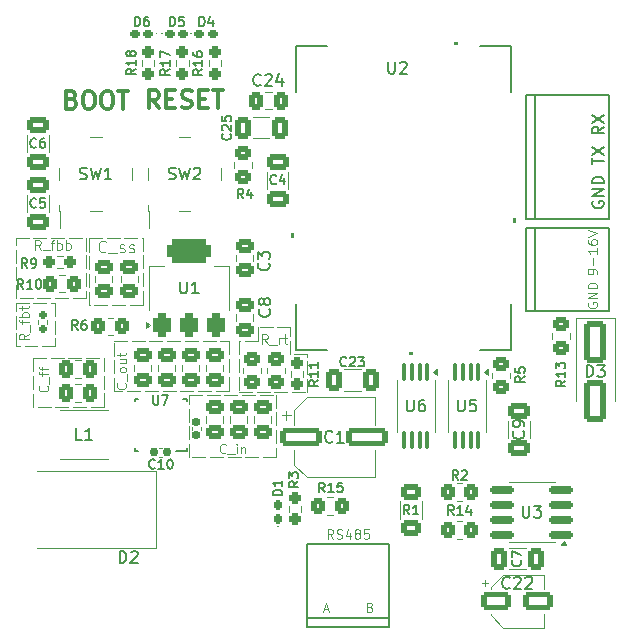
<source format=gto>
G04 #@! TF.GenerationSoftware,KiCad,Pcbnew,8.0.7*
G04 #@! TF.CreationDate,2025-07-06T21:45:57+02:00*
G04 #@! TF.ProjectId,modbus-to-x,6d6f6462-7573-42d7-946f-2d782e6b6963,rev?*
G04 #@! TF.SameCoordinates,Original*
G04 #@! TF.FileFunction,Legend,Top*
G04 #@! TF.FilePolarity,Positive*
%FSLAX46Y46*%
G04 Gerber Fmt 4.6, Leading zero omitted, Abs format (unit mm)*
G04 Created by KiCad (PCBNEW 8.0.7) date 2025-07-06 21:45:57*
%MOMM*%
%LPD*%
G01*
G04 APERTURE LIST*
G04 Aperture macros list*
%AMRoundRect*
0 Rectangle with rounded corners*
0 $1 Rounding radius*
0 $2 $3 $4 $5 $6 $7 $8 $9 X,Y pos of 4 corners*
0 Add a 4 corners polygon primitive as box body*
4,1,4,$2,$3,$4,$5,$6,$7,$8,$9,$2,$3,0*
0 Add four circle primitives for the rounded corners*
1,1,$1+$1,$2,$3*
1,1,$1+$1,$4,$5*
1,1,$1+$1,$6,$7*
1,1,$1+$1,$8,$9*
0 Add four rect primitives between the rounded corners*
20,1,$1+$1,$2,$3,$4,$5,0*
20,1,$1+$1,$4,$5,$6,$7,0*
20,1,$1+$1,$6,$7,$8,$9,0*
20,1,$1+$1,$8,$9,$2,$3,0*%
%AMOutline4P*
0 Free polygon, 4 corners , with rotation*
0 The origin of the aperture is its center*
0 number of corners: always 4*
0 $1 to $8 corner X, Y*
0 $9 Rotation angle, in degrees counterclockwise*
0 create outline with 4 corners*
4,1,4,$1,$2,$3,$4,$5,$6,$7,$8,$1,$2,$9*%
G04 Aperture macros list end*
%ADD10C,0.100000*%
%ADD11C,0.300000*%
%ADD12C,0.150000*%
%ADD13C,0.120000*%
%ADD14C,0.152400*%
%ADD15C,0.000000*%
%ADD16C,0.203200*%
%ADD17C,0.200000*%
%ADD18RoundRect,0.155000X-0.212500X-0.155000X0.212500X-0.155000X0.212500X0.155000X-0.212500X0.155000X0*%
%ADD19RoundRect,0.250000X-0.475000X0.337500X-0.475000X-0.337500X0.475000X-0.337500X0.475000X0.337500X0*%
%ADD20RoundRect,0.237500X0.237500X-0.250000X0.237500X0.250000X-0.237500X0.250000X-0.237500X-0.250000X0*%
%ADD21RoundRect,0.100000X-0.100000X0.637500X-0.100000X-0.637500X0.100000X-0.637500X0.100000X0.637500X0*%
%ADD22RoundRect,0.250000X-0.450000X0.350000X-0.450000X-0.350000X0.450000X-0.350000X0.450000X0.350000X0*%
%ADD23RoundRect,0.250000X0.337500X0.475000X-0.337500X0.475000X-0.337500X-0.475000X0.337500X-0.475000X0*%
%ADD24RoundRect,0.237500X-0.250000X-0.237500X0.250000X-0.237500X0.250000X0.237500X-0.250000X0.237500X0*%
%ADD25RoundRect,0.250000X-1.050000X-0.550000X1.050000X-0.550000X1.050000X0.550000X-1.050000X0.550000X0*%
%ADD26RoundRect,0.250000X-1.500000X-0.550000X1.500000X-0.550000X1.500000X0.550000X-1.500000X0.550000X0*%
%ADD27RoundRect,0.160000X-0.222500X-0.160000X0.222500X-0.160000X0.222500X0.160000X-0.222500X0.160000X0*%
%ADD28RoundRect,0.250000X0.475000X-0.337500X0.475000X0.337500X-0.475000X0.337500X-0.475000X-0.337500X0*%
%ADD29RoundRect,0.160000X0.160000X-0.222500X0.160000X0.222500X-0.160000X0.222500X-0.160000X-0.222500X0*%
%ADD30RoundRect,0.160000X0.222500X0.160000X-0.222500X0.160000X-0.222500X-0.160000X0.222500X-0.160000X0*%
%ADD31RoundRect,0.375000X0.375000X-0.625000X0.375000X0.625000X-0.375000X0.625000X-0.375000X-0.625000X0*%
%ADD32RoundRect,0.500000X1.400000X-0.500000X1.400000X0.500000X-1.400000X0.500000X-1.400000X-0.500000X0*%
%ADD33R,0.838200X0.889000*%
%ADD34R,0.889000X0.838200*%
%ADD35R,15.798800X17.602200*%
%ADD36C,0.600000*%
%ADD37RoundRect,0.250000X0.350000X0.450000X-0.350000X0.450000X-0.350000X-0.450000X0.350000X-0.450000X0*%
%ADD38RoundRect,0.160000X0.160000X-0.197500X0.160000X0.197500X-0.160000X0.197500X-0.160000X-0.197500X0*%
%ADD39RoundRect,0.250000X-0.350000X-0.450000X0.350000X-0.450000X0.350000X0.450000X-0.350000X0.450000X0*%
%ADD40RoundRect,0.250000X-0.650000X0.412500X-0.650000X-0.412500X0.650000X-0.412500X0.650000X0.412500X0*%
%ADD41RoundRect,0.250000X-0.412500X-0.650000X0.412500X-0.650000X0.412500X0.650000X-0.412500X0.650000X0*%
%ADD42R,2.032000X2.032000*%
%ADD43C,2.032000*%
%ADD44R,1.300000X1.550000*%
%ADD45RoundRect,0.250000X0.412500X0.650000X-0.412500X0.650000X-0.412500X-0.650000X0.412500X-0.650000X0*%
%ADD46Outline4P,-2.150000X-1.800000X2.150000X-0.800000X2.150000X0.800000X-2.150000X1.800000X180.000000*%
%ADD47Outline4P,-2.150000X-1.800000X2.150000X-0.800000X2.150000X0.800000X-2.150000X1.800000X0.000000*%
%ADD48RoundRect,0.155000X0.155000X-0.212500X0.155000X0.212500X-0.155000X0.212500X-0.155000X-0.212500X0*%
%ADD49O,0.599999X0.299999*%
%ADD50R,2.600000X2.999999*%
%ADD51C,0.499999*%
%ADD52RoundRect,0.250000X-0.650000X1.500000X-0.650000X-1.500000X0.650000X-1.500000X0.650000X1.500000X0*%
%ADD53RoundRect,0.250000X-0.625000X0.400000X-0.625000X-0.400000X0.625000X-0.400000X0.625000X0.400000X0*%
%ADD54RoundRect,0.150000X0.825000X0.150000X-0.825000X0.150000X-0.825000X-0.150000X0.825000X-0.150000X0*%
%ADD55RoundRect,0.250000X0.450000X-0.350000X0.450000X0.350000X-0.450000X0.350000X-0.450000X-0.350000X0*%
%ADD56R,1.500000X3.600000*%
%ADD57RoundRect,0.250000X0.650000X-0.412500X0.650000X0.412500X-0.650000X0.412500X-0.650000X-0.412500X0*%
%ADD58RoundRect,0.237500X-0.237500X0.250000X-0.237500X-0.250000X0.237500X-0.250000X0.237500X0.250000X0*%
%ADD59R,2.413000X2.413000*%
%ADD60C,2.413000*%
G04 APERTURE END LIST*
D10*
X83820000Y-97434400D02*
X84920000Y-97434400D01*
X85320000Y-97434400D02*
X86420000Y-97434400D01*
X86820000Y-97434400D02*
X87920000Y-97434400D01*
X88320000Y-97434400D02*
X88392000Y-97434400D01*
X88392000Y-97434400D02*
X88392000Y-98534400D01*
X88392000Y-98934400D02*
X88392000Y-100034400D01*
X88392000Y-100434400D02*
X88392000Y-101534400D01*
X88392000Y-101934400D02*
X88392000Y-103034400D01*
X88392000Y-103124000D02*
X87292000Y-103124000D01*
X86892000Y-103124000D02*
X85792000Y-103124000D01*
X85392000Y-103124000D02*
X84292000Y-103124000D01*
X83892000Y-103124000D02*
X83820000Y-103124000D01*
X83820000Y-103124000D02*
X83820000Y-102024000D01*
X83820000Y-101624000D02*
X83820000Y-100524000D01*
X83820000Y-100124000D02*
X83820000Y-99024000D01*
X83820000Y-98624000D02*
X83820000Y-97524000D01*
X79099500Y-107624000D02*
X80199500Y-107624000D01*
X80599500Y-107624000D02*
X81699500Y-107624000D01*
X82099500Y-107624000D02*
X83199500Y-107624000D01*
X83599500Y-107624000D02*
X84699500Y-107624000D01*
X85093900Y-107624000D02*
X85093900Y-108724000D01*
X85093900Y-109124000D02*
X85093900Y-110224000D01*
X85093900Y-110624000D02*
X85093900Y-111724000D01*
X85093900Y-111738800D02*
X83993900Y-111738800D01*
X83593900Y-111738800D02*
X82493900Y-111738800D01*
X82093900Y-111738800D02*
X80993900Y-111738800D01*
X80593900Y-111738800D02*
X79493900Y-111738800D01*
X79099500Y-111738800D02*
X79099500Y-110638800D01*
X79099500Y-110238800D02*
X79099500Y-109138800D01*
X79099500Y-108738800D02*
X79099500Y-107638800D01*
X96523900Y-106201600D02*
X96523900Y-107301600D01*
X96523900Y-107701600D02*
X96523900Y-108801600D01*
X96523900Y-109201600D02*
X96523900Y-110301600D01*
X96523900Y-110519600D02*
X97623900Y-110519600D01*
X98023900Y-110519600D02*
X99123900Y-110519600D01*
X99523900Y-110519600D02*
X100623900Y-110519600D01*
X101023900Y-110519600D02*
X102123900Y-110519600D01*
X102264300Y-110519600D02*
X102264300Y-109419600D01*
X102264300Y-109019600D02*
X102264300Y-107919600D01*
X102264300Y-107519600D02*
X102264300Y-107268400D01*
X102264300Y-107268400D02*
X101164300Y-107268400D01*
X100892700Y-107268400D02*
X100892700Y-106168400D01*
X100892700Y-105768400D02*
X100892700Y-104982400D01*
X100892700Y-104982400D02*
X99792700Y-104982400D01*
X99392700Y-104982400D02*
X98292700Y-104982400D01*
X98149500Y-104982400D02*
X98149500Y-106082400D01*
X98149500Y-106201600D02*
X97049500Y-106201600D01*
X96649500Y-106201600D02*
X96523900Y-106201600D01*
X77622400Y-102971600D02*
X78722400Y-102971600D01*
X79122400Y-102971600D02*
X80222400Y-102971600D01*
X80622400Y-102971600D02*
X80975200Y-102971600D01*
X80975200Y-102971600D02*
X80975200Y-104071600D01*
X80975200Y-104471600D02*
X80975200Y-105571600D01*
X80975200Y-105971600D02*
X80975200Y-106629200D01*
X80975200Y-106629200D02*
X79875200Y-106629200D01*
X79475200Y-106629200D02*
X78375200Y-106629200D01*
X77975200Y-106629200D02*
X77622400Y-106629200D01*
X77622400Y-106629200D02*
X77622400Y-105529200D01*
X77622400Y-105129200D02*
X77622400Y-104029200D01*
X77622400Y-103629200D02*
X77622400Y-102971600D01*
X92307500Y-110722800D02*
X93407500Y-110722800D01*
X93807500Y-110722800D02*
X94907500Y-110722800D01*
X95307500Y-110722800D02*
X96407500Y-110722800D01*
X96807500Y-110722800D02*
X97907500Y-110722800D01*
X98307500Y-110722800D02*
X99407500Y-110722800D01*
X99673500Y-110722800D02*
X99673500Y-111822800D01*
X99673500Y-112222800D02*
X99673500Y-113322800D01*
X99673500Y-113722800D02*
X99673500Y-114822800D01*
X99673500Y-115222800D02*
X99673500Y-116006000D01*
X99673500Y-116006000D02*
X98573500Y-116006000D01*
X98173500Y-116006000D02*
X97073500Y-116006000D01*
X96673500Y-116006000D02*
X95573500Y-116006000D01*
X95173500Y-116006000D02*
X94073500Y-116006000D01*
X93673500Y-116006000D02*
X92573500Y-116006000D01*
X92307500Y-116006000D02*
X92307500Y-114906000D01*
X92307500Y-114506000D02*
X92307500Y-113406000D01*
X92307500Y-113006000D02*
X92307500Y-111906000D01*
X92307500Y-111506000D02*
X92307500Y-110722800D01*
X77631350Y-97427350D02*
X78731350Y-97427350D01*
X79131350Y-97427350D02*
X80231350Y-97427350D01*
X80631350Y-97427350D02*
X81731350Y-97427350D01*
X82131350Y-97427350D02*
X83231350Y-97427350D01*
X83574950Y-97427350D02*
X83574950Y-98527350D01*
X83574950Y-98927350D02*
X83574950Y-100027350D01*
X83574950Y-100427350D02*
X83574950Y-101527350D01*
X83574950Y-101927350D02*
X83574950Y-102558150D01*
X83574950Y-102558150D02*
X82474950Y-102558150D01*
X82074950Y-102558150D02*
X80974950Y-102558150D01*
X80574950Y-102558150D02*
X79474950Y-102558150D01*
X79074950Y-102558150D02*
X77974950Y-102558150D01*
X77631350Y-102558150D02*
X77631350Y-101458150D01*
X77631350Y-101058150D02*
X77631350Y-99958150D01*
X77631350Y-99558150D02*
X77631350Y-98458150D01*
X77631350Y-98058150D02*
X77631350Y-97427350D01*
X85957500Y-106201600D02*
X87057500Y-106201600D01*
X87457500Y-106201600D02*
X88557500Y-106201600D01*
X88957500Y-106201600D02*
X90057500Y-106201600D01*
X90457500Y-106201600D02*
X91557500Y-106201600D01*
X91957500Y-106201600D02*
X93057500Y-106201600D01*
X93457500Y-106201600D02*
X94557500Y-106201600D01*
X94957500Y-106201600D02*
X95660300Y-106201600D01*
X95660300Y-106201600D02*
X95660300Y-107301600D01*
X95660300Y-107701600D02*
X95660300Y-108801600D01*
X95660300Y-109201600D02*
X95660300Y-110301600D01*
X95660300Y-110418000D02*
X94560300Y-110418000D01*
X94160300Y-110418000D02*
X93060300Y-110418000D01*
X92660300Y-110418000D02*
X91560300Y-110418000D01*
X91160300Y-110418000D02*
X90060300Y-110418000D01*
X89660300Y-110418000D02*
X88560300Y-110418000D01*
X88160300Y-110418000D02*
X87060300Y-110418000D01*
X86660300Y-110418000D02*
X85957500Y-110418000D01*
X85957500Y-110418000D02*
X85957500Y-109318000D01*
X85957500Y-108918000D02*
X85957500Y-107818000D01*
X85957500Y-107418000D02*
X85957500Y-106318000D01*
X107609331Y-128713047D02*
X107723617Y-128751142D01*
X107723617Y-128751142D02*
X107761712Y-128789238D01*
X107761712Y-128789238D02*
X107799808Y-128865428D01*
X107799808Y-128865428D02*
X107799808Y-128979714D01*
X107799808Y-128979714D02*
X107761712Y-129055904D01*
X107761712Y-129055904D02*
X107723617Y-129094000D01*
X107723617Y-129094000D02*
X107647427Y-129132095D01*
X107647427Y-129132095D02*
X107342665Y-129132095D01*
X107342665Y-129132095D02*
X107342665Y-128332095D01*
X107342665Y-128332095D02*
X107609331Y-128332095D01*
X107609331Y-128332095D02*
X107685522Y-128370190D01*
X107685522Y-128370190D02*
X107723617Y-128408285D01*
X107723617Y-128408285D02*
X107761712Y-128484476D01*
X107761712Y-128484476D02*
X107761712Y-128560666D01*
X107761712Y-128560666D02*
X107723617Y-128636857D01*
X107723617Y-128636857D02*
X107685522Y-128674952D01*
X107685522Y-128674952D02*
X107609331Y-128713047D01*
X107609331Y-128713047D02*
X107342665Y-128713047D01*
X80291804Y-109958591D02*
X80329900Y-109996687D01*
X80329900Y-109996687D02*
X80367995Y-110110972D01*
X80367995Y-110110972D02*
X80367995Y-110187163D01*
X80367995Y-110187163D02*
X80329900Y-110301449D01*
X80329900Y-110301449D02*
X80253709Y-110377639D01*
X80253709Y-110377639D02*
X80177519Y-110415734D01*
X80177519Y-110415734D02*
X80025138Y-110453830D01*
X80025138Y-110453830D02*
X79910852Y-110453830D01*
X79910852Y-110453830D02*
X79758471Y-110415734D01*
X79758471Y-110415734D02*
X79682280Y-110377639D01*
X79682280Y-110377639D02*
X79606090Y-110301449D01*
X79606090Y-110301449D02*
X79567995Y-110187163D01*
X79567995Y-110187163D02*
X79567995Y-110110972D01*
X79567995Y-110110972D02*
X79606090Y-109996687D01*
X79606090Y-109996687D02*
X79644185Y-109958591D01*
X80444185Y-109806211D02*
X80444185Y-109196687D01*
X79834661Y-109120496D02*
X79834661Y-108815734D01*
X80367995Y-109006210D02*
X79682280Y-109006210D01*
X79682280Y-109006210D02*
X79606090Y-108968115D01*
X79606090Y-108968115D02*
X79567995Y-108891925D01*
X79567995Y-108891925D02*
X79567995Y-108815734D01*
X79834661Y-108663353D02*
X79834661Y-108358591D01*
X80367995Y-108549067D02*
X79682280Y-108549067D01*
X79682280Y-108549067D02*
X79606090Y-108510972D01*
X79606090Y-108510972D02*
X79567995Y-108434782D01*
X79567995Y-108434782D02*
X79567995Y-108358591D01*
X95408508Y-115623504D02*
X95370412Y-115661600D01*
X95370412Y-115661600D02*
X95256127Y-115699695D01*
X95256127Y-115699695D02*
X95179936Y-115699695D01*
X95179936Y-115699695D02*
X95065650Y-115661600D01*
X95065650Y-115661600D02*
X94989460Y-115585409D01*
X94989460Y-115585409D02*
X94951365Y-115509219D01*
X94951365Y-115509219D02*
X94913269Y-115356838D01*
X94913269Y-115356838D02*
X94913269Y-115242552D01*
X94913269Y-115242552D02*
X94951365Y-115090171D01*
X94951365Y-115090171D02*
X94989460Y-115013980D01*
X94989460Y-115013980D02*
X95065650Y-114937790D01*
X95065650Y-114937790D02*
X95179936Y-114899695D01*
X95179936Y-114899695D02*
X95256127Y-114899695D01*
X95256127Y-114899695D02*
X95370412Y-114937790D01*
X95370412Y-114937790D02*
X95408508Y-114975885D01*
X95560889Y-115775885D02*
X96170412Y-115775885D01*
X96360889Y-115699695D02*
X96360889Y-115166361D01*
X96360889Y-114899695D02*
X96322793Y-114937790D01*
X96322793Y-114937790D02*
X96360889Y-114975885D01*
X96360889Y-114975885D02*
X96398984Y-114937790D01*
X96398984Y-114937790D02*
X96360889Y-114899695D01*
X96360889Y-114899695D02*
X96360889Y-114975885D01*
X96741841Y-115166361D02*
X96741841Y-115699695D01*
X96741841Y-115242552D02*
X96779936Y-115204457D01*
X96779936Y-115204457D02*
X96856126Y-115166361D01*
X96856126Y-115166361D02*
X96970412Y-115166361D01*
X96970412Y-115166361D02*
X97046603Y-115204457D01*
X97046603Y-115204457D02*
X97084698Y-115280647D01*
X97084698Y-115280647D02*
X97084698Y-115699695D01*
X104497808Y-122934495D02*
X104231141Y-122553542D01*
X104040665Y-122934495D02*
X104040665Y-122134495D01*
X104040665Y-122134495D02*
X104345427Y-122134495D01*
X104345427Y-122134495D02*
X104421617Y-122172590D01*
X104421617Y-122172590D02*
X104459712Y-122210685D01*
X104459712Y-122210685D02*
X104497808Y-122286876D01*
X104497808Y-122286876D02*
X104497808Y-122401161D01*
X104497808Y-122401161D02*
X104459712Y-122477352D01*
X104459712Y-122477352D02*
X104421617Y-122515447D01*
X104421617Y-122515447D02*
X104345427Y-122553542D01*
X104345427Y-122553542D02*
X104040665Y-122553542D01*
X104802569Y-122896400D02*
X104916855Y-122934495D01*
X104916855Y-122934495D02*
X105107331Y-122934495D01*
X105107331Y-122934495D02*
X105183522Y-122896400D01*
X105183522Y-122896400D02*
X105221617Y-122858304D01*
X105221617Y-122858304D02*
X105259712Y-122782114D01*
X105259712Y-122782114D02*
X105259712Y-122705923D01*
X105259712Y-122705923D02*
X105221617Y-122629733D01*
X105221617Y-122629733D02*
X105183522Y-122591638D01*
X105183522Y-122591638D02*
X105107331Y-122553542D01*
X105107331Y-122553542D02*
X104954950Y-122515447D01*
X104954950Y-122515447D02*
X104878760Y-122477352D01*
X104878760Y-122477352D02*
X104840665Y-122439257D01*
X104840665Y-122439257D02*
X104802569Y-122363066D01*
X104802569Y-122363066D02*
X104802569Y-122286876D01*
X104802569Y-122286876D02*
X104840665Y-122210685D01*
X104840665Y-122210685D02*
X104878760Y-122172590D01*
X104878760Y-122172590D02*
X104954950Y-122134495D01*
X104954950Y-122134495D02*
X105145427Y-122134495D01*
X105145427Y-122134495D02*
X105259712Y-122172590D01*
X105945427Y-122401161D02*
X105945427Y-122934495D01*
X105754951Y-122096400D02*
X105564474Y-122667828D01*
X105564474Y-122667828D02*
X106059713Y-122667828D01*
X106478760Y-122477352D02*
X106402570Y-122439257D01*
X106402570Y-122439257D02*
X106364475Y-122401161D01*
X106364475Y-122401161D02*
X106326379Y-122324971D01*
X106326379Y-122324971D02*
X106326379Y-122286876D01*
X106326379Y-122286876D02*
X106364475Y-122210685D01*
X106364475Y-122210685D02*
X106402570Y-122172590D01*
X106402570Y-122172590D02*
X106478760Y-122134495D01*
X106478760Y-122134495D02*
X106631141Y-122134495D01*
X106631141Y-122134495D02*
X106707332Y-122172590D01*
X106707332Y-122172590D02*
X106745427Y-122210685D01*
X106745427Y-122210685D02*
X106783522Y-122286876D01*
X106783522Y-122286876D02*
X106783522Y-122324971D01*
X106783522Y-122324971D02*
X106745427Y-122401161D01*
X106745427Y-122401161D02*
X106707332Y-122439257D01*
X106707332Y-122439257D02*
X106631141Y-122477352D01*
X106631141Y-122477352D02*
X106478760Y-122477352D01*
X106478760Y-122477352D02*
X106402570Y-122515447D01*
X106402570Y-122515447D02*
X106364475Y-122553542D01*
X106364475Y-122553542D02*
X106326379Y-122629733D01*
X106326379Y-122629733D02*
X106326379Y-122782114D01*
X106326379Y-122782114D02*
X106364475Y-122858304D01*
X106364475Y-122858304D02*
X106402570Y-122896400D01*
X106402570Y-122896400D02*
X106478760Y-122934495D01*
X106478760Y-122934495D02*
X106631141Y-122934495D01*
X106631141Y-122934495D02*
X106707332Y-122896400D01*
X106707332Y-122896400D02*
X106745427Y-122858304D01*
X106745427Y-122858304D02*
X106783522Y-122782114D01*
X106783522Y-122782114D02*
X106783522Y-122629733D01*
X106783522Y-122629733D02*
X106745427Y-122553542D01*
X106745427Y-122553542D02*
X106707332Y-122515447D01*
X106707332Y-122515447D02*
X106631141Y-122477352D01*
X107507332Y-122134495D02*
X107126380Y-122134495D01*
X107126380Y-122134495D02*
X107088284Y-122515447D01*
X107088284Y-122515447D02*
X107126380Y-122477352D01*
X107126380Y-122477352D02*
X107202570Y-122439257D01*
X107202570Y-122439257D02*
X107393046Y-122439257D01*
X107393046Y-122439257D02*
X107469237Y-122477352D01*
X107469237Y-122477352D02*
X107507332Y-122515447D01*
X107507332Y-122515447D02*
X107545427Y-122591638D01*
X107545427Y-122591638D02*
X107545427Y-122782114D01*
X107545427Y-122782114D02*
X107507332Y-122858304D01*
X107507332Y-122858304D02*
X107469237Y-122896400D01*
X107469237Y-122896400D02*
X107393046Y-122934495D01*
X107393046Y-122934495D02*
X107202570Y-122934495D01*
X107202570Y-122934495D02*
X107126380Y-122896400D01*
X107126380Y-122896400D02*
X107088284Y-122858304D01*
X86895804Y-109755391D02*
X86933900Y-109793487D01*
X86933900Y-109793487D02*
X86971995Y-109907772D01*
X86971995Y-109907772D02*
X86971995Y-109983963D01*
X86971995Y-109983963D02*
X86933900Y-110098249D01*
X86933900Y-110098249D02*
X86857709Y-110174439D01*
X86857709Y-110174439D02*
X86781519Y-110212534D01*
X86781519Y-110212534D02*
X86629138Y-110250630D01*
X86629138Y-110250630D02*
X86514852Y-110250630D01*
X86514852Y-110250630D02*
X86362471Y-110212534D01*
X86362471Y-110212534D02*
X86286280Y-110174439D01*
X86286280Y-110174439D02*
X86210090Y-110098249D01*
X86210090Y-110098249D02*
X86171995Y-109983963D01*
X86171995Y-109983963D02*
X86171995Y-109907772D01*
X86171995Y-109907772D02*
X86210090Y-109793487D01*
X86210090Y-109793487D02*
X86248185Y-109755391D01*
X87048185Y-109603011D02*
X87048185Y-108993487D01*
X86971995Y-108688725D02*
X86933900Y-108764915D01*
X86933900Y-108764915D02*
X86895804Y-108803010D01*
X86895804Y-108803010D02*
X86819614Y-108841106D01*
X86819614Y-108841106D02*
X86591042Y-108841106D01*
X86591042Y-108841106D02*
X86514852Y-108803010D01*
X86514852Y-108803010D02*
X86476757Y-108764915D01*
X86476757Y-108764915D02*
X86438661Y-108688725D01*
X86438661Y-108688725D02*
X86438661Y-108574439D01*
X86438661Y-108574439D02*
X86476757Y-108498248D01*
X86476757Y-108498248D02*
X86514852Y-108460153D01*
X86514852Y-108460153D02*
X86591042Y-108422058D01*
X86591042Y-108422058D02*
X86819614Y-108422058D01*
X86819614Y-108422058D02*
X86895804Y-108460153D01*
X86895804Y-108460153D02*
X86933900Y-108498248D01*
X86933900Y-108498248D02*
X86971995Y-108574439D01*
X86971995Y-108574439D02*
X86971995Y-108688725D01*
X86438661Y-107736343D02*
X86971995Y-107736343D01*
X86438661Y-108079200D02*
X86857709Y-108079200D01*
X86857709Y-108079200D02*
X86933900Y-108041105D01*
X86933900Y-108041105D02*
X86971995Y-107964915D01*
X86971995Y-107964915D02*
X86971995Y-107850629D01*
X86971995Y-107850629D02*
X86933900Y-107774438D01*
X86933900Y-107774438D02*
X86895804Y-107736343D01*
X86438661Y-107469676D02*
X86438661Y-107164914D01*
X86171995Y-107355390D02*
X86857709Y-107355390D01*
X86857709Y-107355390D02*
X86933900Y-107317295D01*
X86933900Y-107317295D02*
X86971995Y-107241105D01*
X86971995Y-107241105D02*
X86971995Y-107164914D01*
X79758208Y-98441845D02*
X79491541Y-98060892D01*
X79301065Y-98441845D02*
X79301065Y-97641845D01*
X79301065Y-97641845D02*
X79605827Y-97641845D01*
X79605827Y-97641845D02*
X79682017Y-97679940D01*
X79682017Y-97679940D02*
X79720112Y-97718035D01*
X79720112Y-97718035D02*
X79758208Y-97794226D01*
X79758208Y-97794226D02*
X79758208Y-97908511D01*
X79758208Y-97908511D02*
X79720112Y-97984702D01*
X79720112Y-97984702D02*
X79682017Y-98022797D01*
X79682017Y-98022797D02*
X79605827Y-98060892D01*
X79605827Y-98060892D02*
X79301065Y-98060892D01*
X79910589Y-98518035D02*
X80520112Y-98518035D01*
X80596303Y-97908511D02*
X80901065Y-97908511D01*
X80710589Y-98441845D02*
X80710589Y-97756130D01*
X80710589Y-97756130D02*
X80748684Y-97679940D01*
X80748684Y-97679940D02*
X80824874Y-97641845D01*
X80824874Y-97641845D02*
X80901065Y-97641845D01*
X81167732Y-98441845D02*
X81167732Y-97641845D01*
X81167732Y-97946607D02*
X81243922Y-97908511D01*
X81243922Y-97908511D02*
X81396303Y-97908511D01*
X81396303Y-97908511D02*
X81472494Y-97946607D01*
X81472494Y-97946607D02*
X81510589Y-97984702D01*
X81510589Y-97984702D02*
X81548684Y-98060892D01*
X81548684Y-98060892D02*
X81548684Y-98289464D01*
X81548684Y-98289464D02*
X81510589Y-98365654D01*
X81510589Y-98365654D02*
X81472494Y-98403750D01*
X81472494Y-98403750D02*
X81396303Y-98441845D01*
X81396303Y-98441845D02*
X81243922Y-98441845D01*
X81243922Y-98441845D02*
X81167732Y-98403750D01*
X81891542Y-98441845D02*
X81891542Y-97641845D01*
X81891542Y-97946607D02*
X81967732Y-97908511D01*
X81967732Y-97908511D02*
X82120113Y-97908511D01*
X82120113Y-97908511D02*
X82196304Y-97946607D01*
X82196304Y-97946607D02*
X82234399Y-97984702D01*
X82234399Y-97984702D02*
X82272494Y-98060892D01*
X82272494Y-98060892D02*
X82272494Y-98289464D01*
X82272494Y-98289464D02*
X82234399Y-98365654D01*
X82234399Y-98365654D02*
X82196304Y-98403750D01*
X82196304Y-98403750D02*
X82120113Y-98441845D01*
X82120113Y-98441845D02*
X81967732Y-98441845D01*
X81967732Y-98441845D02*
X81891542Y-98403750D01*
X78738495Y-105560191D02*
X78357542Y-105826858D01*
X78738495Y-106017334D02*
X77938495Y-106017334D01*
X77938495Y-106017334D02*
X77938495Y-105712572D01*
X77938495Y-105712572D02*
X77976590Y-105636382D01*
X77976590Y-105636382D02*
X78014685Y-105598287D01*
X78014685Y-105598287D02*
X78090876Y-105560191D01*
X78090876Y-105560191D02*
X78205161Y-105560191D01*
X78205161Y-105560191D02*
X78281352Y-105598287D01*
X78281352Y-105598287D02*
X78319447Y-105636382D01*
X78319447Y-105636382D02*
X78357542Y-105712572D01*
X78357542Y-105712572D02*
X78357542Y-106017334D01*
X78814685Y-105407811D02*
X78814685Y-104798287D01*
X78205161Y-104722096D02*
X78205161Y-104417334D01*
X78738495Y-104607810D02*
X78052780Y-104607810D01*
X78052780Y-104607810D02*
X77976590Y-104569715D01*
X77976590Y-104569715D02*
X77938495Y-104493525D01*
X77938495Y-104493525D02*
X77938495Y-104417334D01*
X78738495Y-104150667D02*
X77938495Y-104150667D01*
X78243257Y-104150667D02*
X78205161Y-104074477D01*
X78205161Y-104074477D02*
X78205161Y-103922096D01*
X78205161Y-103922096D02*
X78243257Y-103845905D01*
X78243257Y-103845905D02*
X78281352Y-103807810D01*
X78281352Y-103807810D02*
X78357542Y-103769715D01*
X78357542Y-103769715D02*
X78586114Y-103769715D01*
X78586114Y-103769715D02*
X78662304Y-103807810D01*
X78662304Y-103807810D02*
X78700400Y-103845905D01*
X78700400Y-103845905D02*
X78738495Y-103922096D01*
X78738495Y-103922096D02*
X78738495Y-104074477D01*
X78738495Y-104074477D02*
X78700400Y-104150667D01*
X78205161Y-103541143D02*
X78205161Y-103236381D01*
X77938495Y-103426857D02*
X78624209Y-103426857D01*
X78624209Y-103426857D02*
X78700400Y-103388762D01*
X78700400Y-103388762D02*
X78738495Y-103312572D01*
X78738495Y-103312572D02*
X78738495Y-103236381D01*
X98960608Y-106424495D02*
X98693941Y-106043542D01*
X98503465Y-106424495D02*
X98503465Y-105624495D01*
X98503465Y-105624495D02*
X98808227Y-105624495D01*
X98808227Y-105624495D02*
X98884417Y-105662590D01*
X98884417Y-105662590D02*
X98922512Y-105700685D01*
X98922512Y-105700685D02*
X98960608Y-105776876D01*
X98960608Y-105776876D02*
X98960608Y-105891161D01*
X98960608Y-105891161D02*
X98922512Y-105967352D01*
X98922512Y-105967352D02*
X98884417Y-106005447D01*
X98884417Y-106005447D02*
X98808227Y-106043542D01*
X98808227Y-106043542D02*
X98503465Y-106043542D01*
X99112989Y-106500685D02*
X99722512Y-106500685D01*
X99912989Y-106424495D02*
X99912989Y-105891161D01*
X99912989Y-106043542D02*
X99951084Y-105967352D01*
X99951084Y-105967352D02*
X99989179Y-105929257D01*
X99989179Y-105929257D02*
X100065370Y-105891161D01*
X100065370Y-105891161D02*
X100141560Y-105891161D01*
X100293941Y-105891161D02*
X100598703Y-105891161D01*
X100408227Y-105624495D02*
X100408227Y-106310209D01*
X100408227Y-106310209D02*
X100446322Y-106386400D01*
X100446322Y-106386400D02*
X100522512Y-106424495D01*
X100522512Y-106424495D02*
X100598703Y-106424495D01*
X126849995Y-100471639D02*
X126849995Y-100319258D01*
X126849995Y-100319258D02*
X126811900Y-100243068D01*
X126811900Y-100243068D02*
X126773804Y-100204972D01*
X126773804Y-100204972D02*
X126659519Y-100128782D01*
X126659519Y-100128782D02*
X126507138Y-100090687D01*
X126507138Y-100090687D02*
X126202376Y-100090687D01*
X126202376Y-100090687D02*
X126126185Y-100128782D01*
X126126185Y-100128782D02*
X126088090Y-100166877D01*
X126088090Y-100166877D02*
X126049995Y-100243068D01*
X126049995Y-100243068D02*
X126049995Y-100395449D01*
X126049995Y-100395449D02*
X126088090Y-100471639D01*
X126088090Y-100471639D02*
X126126185Y-100509734D01*
X126126185Y-100509734D02*
X126202376Y-100547830D01*
X126202376Y-100547830D02*
X126392852Y-100547830D01*
X126392852Y-100547830D02*
X126469042Y-100509734D01*
X126469042Y-100509734D02*
X126507138Y-100471639D01*
X126507138Y-100471639D02*
X126545233Y-100395449D01*
X126545233Y-100395449D02*
X126545233Y-100243068D01*
X126545233Y-100243068D02*
X126507138Y-100166877D01*
X126507138Y-100166877D02*
X126469042Y-100128782D01*
X126469042Y-100128782D02*
X126392852Y-100090687D01*
X126545233Y-99747829D02*
X126545233Y-99138306D01*
X126849995Y-98338306D02*
X126849995Y-98795449D01*
X126849995Y-98566877D02*
X126049995Y-98566877D01*
X126049995Y-98566877D02*
X126164280Y-98643068D01*
X126164280Y-98643068D02*
X126240471Y-98719258D01*
X126240471Y-98719258D02*
X126278566Y-98795449D01*
X126049995Y-97652591D02*
X126049995Y-97804972D01*
X126049995Y-97804972D02*
X126088090Y-97881163D01*
X126088090Y-97881163D02*
X126126185Y-97919258D01*
X126126185Y-97919258D02*
X126240471Y-97995448D01*
X126240471Y-97995448D02*
X126392852Y-98033544D01*
X126392852Y-98033544D02*
X126697614Y-98033544D01*
X126697614Y-98033544D02*
X126773804Y-97995448D01*
X126773804Y-97995448D02*
X126811900Y-97957353D01*
X126811900Y-97957353D02*
X126849995Y-97881163D01*
X126849995Y-97881163D02*
X126849995Y-97728782D01*
X126849995Y-97728782D02*
X126811900Y-97652591D01*
X126811900Y-97652591D02*
X126773804Y-97614496D01*
X126773804Y-97614496D02*
X126697614Y-97576401D01*
X126697614Y-97576401D02*
X126507138Y-97576401D01*
X126507138Y-97576401D02*
X126430947Y-97614496D01*
X126430947Y-97614496D02*
X126392852Y-97652591D01*
X126392852Y-97652591D02*
X126354757Y-97728782D01*
X126354757Y-97728782D02*
X126354757Y-97881163D01*
X126354757Y-97881163D02*
X126392852Y-97957353D01*
X126392852Y-97957353D02*
X126430947Y-97995448D01*
X126430947Y-97995448D02*
X126507138Y-98033544D01*
X126049995Y-97347829D02*
X126849995Y-97081162D01*
X126849995Y-97081162D02*
X126049995Y-96814496D01*
X85279512Y-98583180D02*
X85231893Y-98630800D01*
X85231893Y-98630800D02*
X85089036Y-98678419D01*
X85089036Y-98678419D02*
X84993798Y-98678419D01*
X84993798Y-98678419D02*
X84850941Y-98630800D01*
X84850941Y-98630800D02*
X84755703Y-98535561D01*
X84755703Y-98535561D02*
X84708084Y-98440323D01*
X84708084Y-98440323D02*
X84660465Y-98249847D01*
X84660465Y-98249847D02*
X84660465Y-98106990D01*
X84660465Y-98106990D02*
X84708084Y-97916514D01*
X84708084Y-97916514D02*
X84755703Y-97821276D01*
X84755703Y-97821276D02*
X84850941Y-97726038D01*
X84850941Y-97726038D02*
X84993798Y-97678419D01*
X84993798Y-97678419D02*
X85089036Y-97678419D01*
X85089036Y-97678419D02*
X85231893Y-97726038D01*
X85231893Y-97726038D02*
X85279512Y-97773657D01*
X85469989Y-98773657D02*
X86231893Y-98773657D01*
X86422370Y-98630800D02*
X86517608Y-98678419D01*
X86517608Y-98678419D02*
X86708084Y-98678419D01*
X86708084Y-98678419D02*
X86803322Y-98630800D01*
X86803322Y-98630800D02*
X86850941Y-98535561D01*
X86850941Y-98535561D02*
X86850941Y-98487942D01*
X86850941Y-98487942D02*
X86803322Y-98392704D01*
X86803322Y-98392704D02*
X86708084Y-98345085D01*
X86708084Y-98345085D02*
X86565227Y-98345085D01*
X86565227Y-98345085D02*
X86469989Y-98297466D01*
X86469989Y-98297466D02*
X86422370Y-98202228D01*
X86422370Y-98202228D02*
X86422370Y-98154609D01*
X86422370Y-98154609D02*
X86469989Y-98059371D01*
X86469989Y-98059371D02*
X86565227Y-98011752D01*
X86565227Y-98011752D02*
X86708084Y-98011752D01*
X86708084Y-98011752D02*
X86803322Y-98059371D01*
X87231894Y-98630800D02*
X87327132Y-98678419D01*
X87327132Y-98678419D02*
X87517608Y-98678419D01*
X87517608Y-98678419D02*
X87612846Y-98630800D01*
X87612846Y-98630800D02*
X87660465Y-98535561D01*
X87660465Y-98535561D02*
X87660465Y-98487942D01*
X87660465Y-98487942D02*
X87612846Y-98392704D01*
X87612846Y-98392704D02*
X87517608Y-98345085D01*
X87517608Y-98345085D02*
X87374751Y-98345085D01*
X87374751Y-98345085D02*
X87279513Y-98297466D01*
X87279513Y-98297466D02*
X87231894Y-98202228D01*
X87231894Y-98202228D02*
X87231894Y-98154609D01*
X87231894Y-98154609D02*
X87279513Y-98059371D01*
X87279513Y-98059371D02*
X87374751Y-98011752D01*
X87374751Y-98011752D02*
X87517608Y-98011752D01*
X87517608Y-98011752D02*
X87612846Y-98059371D01*
X126088090Y-102935487D02*
X126049995Y-103011677D01*
X126049995Y-103011677D02*
X126049995Y-103125963D01*
X126049995Y-103125963D02*
X126088090Y-103240249D01*
X126088090Y-103240249D02*
X126164280Y-103316439D01*
X126164280Y-103316439D02*
X126240471Y-103354534D01*
X126240471Y-103354534D02*
X126392852Y-103392630D01*
X126392852Y-103392630D02*
X126507138Y-103392630D01*
X126507138Y-103392630D02*
X126659519Y-103354534D01*
X126659519Y-103354534D02*
X126735709Y-103316439D01*
X126735709Y-103316439D02*
X126811900Y-103240249D01*
X126811900Y-103240249D02*
X126849995Y-103125963D01*
X126849995Y-103125963D02*
X126849995Y-103049772D01*
X126849995Y-103049772D02*
X126811900Y-102935487D01*
X126811900Y-102935487D02*
X126773804Y-102897391D01*
X126773804Y-102897391D02*
X126507138Y-102897391D01*
X126507138Y-102897391D02*
X126507138Y-103049772D01*
X126849995Y-102554534D02*
X126049995Y-102554534D01*
X126049995Y-102554534D02*
X126849995Y-102097391D01*
X126849995Y-102097391D02*
X126049995Y-102097391D01*
X126849995Y-101716439D02*
X126049995Y-101716439D01*
X126049995Y-101716439D02*
X126049995Y-101525963D01*
X126049995Y-101525963D02*
X126088090Y-101411677D01*
X126088090Y-101411677D02*
X126164280Y-101335487D01*
X126164280Y-101335487D02*
X126240471Y-101297392D01*
X126240471Y-101297392D02*
X126392852Y-101259296D01*
X126392852Y-101259296D02*
X126507138Y-101259296D01*
X126507138Y-101259296D02*
X126659519Y-101297392D01*
X126659519Y-101297392D02*
X126735709Y-101335487D01*
X126735709Y-101335487D02*
X126811900Y-101411677D01*
X126811900Y-101411677D02*
X126849995Y-101525963D01*
X126849995Y-101525963D02*
X126849995Y-101716439D01*
D11*
X82385310Y-85730714D02*
X82599596Y-85802142D01*
X82599596Y-85802142D02*
X82671025Y-85873571D01*
X82671025Y-85873571D02*
X82742453Y-86016428D01*
X82742453Y-86016428D02*
X82742453Y-86230714D01*
X82742453Y-86230714D02*
X82671025Y-86373571D01*
X82671025Y-86373571D02*
X82599596Y-86445000D01*
X82599596Y-86445000D02*
X82456739Y-86516428D01*
X82456739Y-86516428D02*
X81885310Y-86516428D01*
X81885310Y-86516428D02*
X81885310Y-85016428D01*
X81885310Y-85016428D02*
X82385310Y-85016428D01*
X82385310Y-85016428D02*
X82528168Y-85087857D01*
X82528168Y-85087857D02*
X82599596Y-85159285D01*
X82599596Y-85159285D02*
X82671025Y-85302142D01*
X82671025Y-85302142D02*
X82671025Y-85445000D01*
X82671025Y-85445000D02*
X82599596Y-85587857D01*
X82599596Y-85587857D02*
X82528168Y-85659285D01*
X82528168Y-85659285D02*
X82385310Y-85730714D01*
X82385310Y-85730714D02*
X81885310Y-85730714D01*
X83671025Y-85016428D02*
X83956739Y-85016428D01*
X83956739Y-85016428D02*
X84099596Y-85087857D01*
X84099596Y-85087857D02*
X84242453Y-85230714D01*
X84242453Y-85230714D02*
X84313882Y-85516428D01*
X84313882Y-85516428D02*
X84313882Y-86016428D01*
X84313882Y-86016428D02*
X84242453Y-86302142D01*
X84242453Y-86302142D02*
X84099596Y-86445000D01*
X84099596Y-86445000D02*
X83956739Y-86516428D01*
X83956739Y-86516428D02*
X83671025Y-86516428D01*
X83671025Y-86516428D02*
X83528168Y-86445000D01*
X83528168Y-86445000D02*
X83385310Y-86302142D01*
X83385310Y-86302142D02*
X83313882Y-86016428D01*
X83313882Y-86016428D02*
X83313882Y-85516428D01*
X83313882Y-85516428D02*
X83385310Y-85230714D01*
X83385310Y-85230714D02*
X83528168Y-85087857D01*
X83528168Y-85087857D02*
X83671025Y-85016428D01*
X85242454Y-85016428D02*
X85528168Y-85016428D01*
X85528168Y-85016428D02*
X85671025Y-85087857D01*
X85671025Y-85087857D02*
X85813882Y-85230714D01*
X85813882Y-85230714D02*
X85885311Y-85516428D01*
X85885311Y-85516428D02*
X85885311Y-86016428D01*
X85885311Y-86016428D02*
X85813882Y-86302142D01*
X85813882Y-86302142D02*
X85671025Y-86445000D01*
X85671025Y-86445000D02*
X85528168Y-86516428D01*
X85528168Y-86516428D02*
X85242454Y-86516428D01*
X85242454Y-86516428D02*
X85099597Y-86445000D01*
X85099597Y-86445000D02*
X84956739Y-86302142D01*
X84956739Y-86302142D02*
X84885311Y-86016428D01*
X84885311Y-86016428D02*
X84885311Y-85516428D01*
X84885311Y-85516428D02*
X84956739Y-85230714D01*
X84956739Y-85230714D02*
X85099597Y-85087857D01*
X85099597Y-85087857D02*
X85242454Y-85016428D01*
X86313883Y-85016428D02*
X87171026Y-85016428D01*
X86742454Y-86516428D02*
X86742454Y-85016428D01*
D10*
X103697769Y-128903523D02*
X104078722Y-128903523D01*
X103621579Y-129132095D02*
X103888246Y-128332095D01*
X103888246Y-128332095D02*
X104154912Y-129132095D01*
D11*
X89752853Y-86465628D02*
X89252853Y-85751342D01*
X88895710Y-86465628D02*
X88895710Y-84965628D01*
X88895710Y-84965628D02*
X89467139Y-84965628D01*
X89467139Y-84965628D02*
X89609996Y-85037057D01*
X89609996Y-85037057D02*
X89681425Y-85108485D01*
X89681425Y-85108485D02*
X89752853Y-85251342D01*
X89752853Y-85251342D02*
X89752853Y-85465628D01*
X89752853Y-85465628D02*
X89681425Y-85608485D01*
X89681425Y-85608485D02*
X89609996Y-85679914D01*
X89609996Y-85679914D02*
X89467139Y-85751342D01*
X89467139Y-85751342D02*
X88895710Y-85751342D01*
X90395710Y-85679914D02*
X90895710Y-85679914D01*
X91109996Y-86465628D02*
X90395710Y-86465628D01*
X90395710Y-86465628D02*
X90395710Y-84965628D01*
X90395710Y-84965628D02*
X91109996Y-84965628D01*
X91681425Y-86394200D02*
X91895711Y-86465628D01*
X91895711Y-86465628D02*
X92252853Y-86465628D01*
X92252853Y-86465628D02*
X92395711Y-86394200D01*
X92395711Y-86394200D02*
X92467139Y-86322771D01*
X92467139Y-86322771D02*
X92538568Y-86179914D01*
X92538568Y-86179914D02*
X92538568Y-86037057D01*
X92538568Y-86037057D02*
X92467139Y-85894200D01*
X92467139Y-85894200D02*
X92395711Y-85822771D01*
X92395711Y-85822771D02*
X92252853Y-85751342D01*
X92252853Y-85751342D02*
X91967139Y-85679914D01*
X91967139Y-85679914D02*
X91824282Y-85608485D01*
X91824282Y-85608485D02*
X91752853Y-85537057D01*
X91752853Y-85537057D02*
X91681425Y-85394200D01*
X91681425Y-85394200D02*
X91681425Y-85251342D01*
X91681425Y-85251342D02*
X91752853Y-85108485D01*
X91752853Y-85108485D02*
X91824282Y-85037057D01*
X91824282Y-85037057D02*
X91967139Y-84965628D01*
X91967139Y-84965628D02*
X92324282Y-84965628D01*
X92324282Y-84965628D02*
X92538568Y-85037057D01*
X93181424Y-85679914D02*
X93681424Y-85679914D01*
X93895710Y-86465628D02*
X93181424Y-86465628D01*
X93181424Y-86465628D02*
X93181424Y-84965628D01*
X93181424Y-84965628D02*
X93895710Y-84965628D01*
X94324282Y-84965628D02*
X95181425Y-84965628D01*
X94752853Y-86465628D02*
X94752853Y-84965628D01*
D12*
X126480138Y-94368211D02*
X126432519Y-94463449D01*
X126432519Y-94463449D02*
X126432519Y-94606306D01*
X126432519Y-94606306D02*
X126480138Y-94749163D01*
X126480138Y-94749163D02*
X126575376Y-94844401D01*
X126575376Y-94844401D02*
X126670614Y-94892020D01*
X126670614Y-94892020D02*
X126861090Y-94939639D01*
X126861090Y-94939639D02*
X127003947Y-94939639D01*
X127003947Y-94939639D02*
X127194423Y-94892020D01*
X127194423Y-94892020D02*
X127289661Y-94844401D01*
X127289661Y-94844401D02*
X127384900Y-94749163D01*
X127384900Y-94749163D02*
X127432519Y-94606306D01*
X127432519Y-94606306D02*
X127432519Y-94511068D01*
X127432519Y-94511068D02*
X127384900Y-94368211D01*
X127384900Y-94368211D02*
X127337280Y-94320592D01*
X127337280Y-94320592D02*
X127003947Y-94320592D01*
X127003947Y-94320592D02*
X127003947Y-94511068D01*
X127432519Y-93892020D02*
X126432519Y-93892020D01*
X126432519Y-93892020D02*
X127432519Y-93320592D01*
X127432519Y-93320592D02*
X126432519Y-93320592D01*
X127432519Y-92844401D02*
X126432519Y-92844401D01*
X126432519Y-92844401D02*
X126432519Y-92606306D01*
X126432519Y-92606306D02*
X126480138Y-92463449D01*
X126480138Y-92463449D02*
X126575376Y-92368211D01*
X126575376Y-92368211D02*
X126670614Y-92320592D01*
X126670614Y-92320592D02*
X126861090Y-92272973D01*
X126861090Y-92272973D02*
X127003947Y-92272973D01*
X127003947Y-92272973D02*
X127194423Y-92320592D01*
X127194423Y-92320592D02*
X127289661Y-92368211D01*
X127289661Y-92368211D02*
X127384900Y-92463449D01*
X127384900Y-92463449D02*
X127432519Y-92606306D01*
X127432519Y-92606306D02*
X127432519Y-92844401D01*
X126432519Y-91225353D02*
X126432519Y-90653925D01*
X127432519Y-90939639D02*
X126432519Y-90939639D01*
X126432519Y-90415829D02*
X127432519Y-89749163D01*
X126432519Y-89749163D02*
X127432519Y-90415829D01*
X127432519Y-88034877D02*
X126956328Y-88368210D01*
X127432519Y-88606305D02*
X126432519Y-88606305D01*
X126432519Y-88606305D02*
X126432519Y-88225353D01*
X126432519Y-88225353D02*
X126480138Y-88130115D01*
X126480138Y-88130115D02*
X126527757Y-88082496D01*
X126527757Y-88082496D02*
X126622995Y-88034877D01*
X126622995Y-88034877D02*
X126765852Y-88034877D01*
X126765852Y-88034877D02*
X126861090Y-88082496D01*
X126861090Y-88082496D02*
X126908709Y-88130115D01*
X126908709Y-88130115D02*
X126956328Y-88225353D01*
X126956328Y-88225353D02*
X126956328Y-88606305D01*
X126432519Y-87701543D02*
X127432519Y-87034877D01*
X126432519Y-87034877D02*
X127432519Y-87701543D01*
X89401714Y-116922904D02*
X89363618Y-116961000D01*
X89363618Y-116961000D02*
X89249333Y-116999095D01*
X89249333Y-116999095D02*
X89173142Y-116999095D01*
X89173142Y-116999095D02*
X89058856Y-116961000D01*
X89058856Y-116961000D02*
X88982666Y-116884809D01*
X88982666Y-116884809D02*
X88944571Y-116808619D01*
X88944571Y-116808619D02*
X88906475Y-116656238D01*
X88906475Y-116656238D02*
X88906475Y-116541952D01*
X88906475Y-116541952D02*
X88944571Y-116389571D01*
X88944571Y-116389571D02*
X88982666Y-116313380D01*
X88982666Y-116313380D02*
X89058856Y-116237190D01*
X89058856Y-116237190D02*
X89173142Y-116199095D01*
X89173142Y-116199095D02*
X89249333Y-116199095D01*
X89249333Y-116199095D02*
X89363618Y-116237190D01*
X89363618Y-116237190D02*
X89401714Y-116275285D01*
X90163618Y-116999095D02*
X89706475Y-116999095D01*
X89935047Y-116999095D02*
X89935047Y-116199095D01*
X89935047Y-116199095D02*
X89858856Y-116313380D01*
X89858856Y-116313380D02*
X89782666Y-116389571D01*
X89782666Y-116389571D02*
X89706475Y-116427666D01*
X90658857Y-116199095D02*
X90735047Y-116199095D01*
X90735047Y-116199095D02*
X90811238Y-116237190D01*
X90811238Y-116237190D02*
X90849333Y-116275285D01*
X90849333Y-116275285D02*
X90887428Y-116351476D01*
X90887428Y-116351476D02*
X90925523Y-116503857D01*
X90925523Y-116503857D02*
X90925523Y-116694333D01*
X90925523Y-116694333D02*
X90887428Y-116846714D01*
X90887428Y-116846714D02*
X90849333Y-116922904D01*
X90849333Y-116922904D02*
X90811238Y-116961000D01*
X90811238Y-116961000D02*
X90735047Y-116999095D01*
X90735047Y-116999095D02*
X90658857Y-116999095D01*
X90658857Y-116999095D02*
X90582666Y-116961000D01*
X90582666Y-116961000D02*
X90544571Y-116922904D01*
X90544571Y-116922904D02*
X90506476Y-116846714D01*
X90506476Y-116846714D02*
X90468380Y-116694333D01*
X90468380Y-116694333D02*
X90468380Y-116503857D01*
X90468380Y-116503857D02*
X90506476Y-116351476D01*
X90506476Y-116351476D02*
X90544571Y-116275285D01*
X90544571Y-116275285D02*
X90582666Y-116237190D01*
X90582666Y-116237190D02*
X90658857Y-116199095D01*
X90684795Y-83176785D02*
X90303842Y-83443452D01*
X90684795Y-83633928D02*
X89884795Y-83633928D01*
X89884795Y-83633928D02*
X89884795Y-83329166D01*
X89884795Y-83329166D02*
X89922890Y-83252976D01*
X89922890Y-83252976D02*
X89960985Y-83214881D01*
X89960985Y-83214881D02*
X90037176Y-83176785D01*
X90037176Y-83176785D02*
X90151461Y-83176785D01*
X90151461Y-83176785D02*
X90227652Y-83214881D01*
X90227652Y-83214881D02*
X90265747Y-83252976D01*
X90265747Y-83252976D02*
X90303842Y-83329166D01*
X90303842Y-83329166D02*
X90303842Y-83633928D01*
X90684795Y-82414881D02*
X90684795Y-82872024D01*
X90684795Y-82643452D02*
X89884795Y-82643452D01*
X89884795Y-82643452D02*
X89999080Y-82719643D01*
X89999080Y-82719643D02*
X90075271Y-82795833D01*
X90075271Y-82795833D02*
X90113366Y-82872024D01*
X89884795Y-82148214D02*
X89884795Y-81614880D01*
X89884795Y-81614880D02*
X90684795Y-81957738D01*
X115065995Y-111142819D02*
X115065995Y-111952342D01*
X115065995Y-111952342D02*
X115113614Y-112047580D01*
X115113614Y-112047580D02*
X115161233Y-112095200D01*
X115161233Y-112095200D02*
X115256471Y-112142819D01*
X115256471Y-112142819D02*
X115446947Y-112142819D01*
X115446947Y-112142819D02*
X115542185Y-112095200D01*
X115542185Y-112095200D02*
X115589804Y-112047580D01*
X115589804Y-112047580D02*
X115637423Y-111952342D01*
X115637423Y-111952342D02*
X115637423Y-111142819D01*
X116589804Y-111142819D02*
X116113614Y-111142819D01*
X116113614Y-111142819D02*
X116065995Y-111619009D01*
X116065995Y-111619009D02*
X116113614Y-111571390D01*
X116113614Y-111571390D02*
X116208852Y-111523771D01*
X116208852Y-111523771D02*
X116446947Y-111523771D01*
X116446947Y-111523771D02*
X116542185Y-111571390D01*
X116542185Y-111571390D02*
X116589804Y-111619009D01*
X116589804Y-111619009D02*
X116637423Y-111714247D01*
X116637423Y-111714247D02*
X116637423Y-111952342D01*
X116637423Y-111952342D02*
X116589804Y-112047580D01*
X116589804Y-112047580D02*
X116542185Y-112095200D01*
X116542185Y-112095200D02*
X116446947Y-112142819D01*
X116446947Y-112142819D02*
X116208852Y-112142819D01*
X116208852Y-112142819D02*
X116113614Y-112095200D01*
X116113614Y-112095200D02*
X116065995Y-112047580D01*
X124161895Y-109531085D02*
X123780942Y-109797752D01*
X124161895Y-109988228D02*
X123361895Y-109988228D01*
X123361895Y-109988228D02*
X123361895Y-109683466D01*
X123361895Y-109683466D02*
X123399990Y-109607276D01*
X123399990Y-109607276D02*
X123438085Y-109569181D01*
X123438085Y-109569181D02*
X123514276Y-109531085D01*
X123514276Y-109531085D02*
X123628561Y-109531085D01*
X123628561Y-109531085D02*
X123704752Y-109569181D01*
X123704752Y-109569181D02*
X123742847Y-109607276D01*
X123742847Y-109607276D02*
X123780942Y-109683466D01*
X123780942Y-109683466D02*
X123780942Y-109988228D01*
X124161895Y-108769181D02*
X124161895Y-109226324D01*
X124161895Y-108997752D02*
X123361895Y-108997752D01*
X123361895Y-108997752D02*
X123476180Y-109073943D01*
X123476180Y-109073943D02*
X123552371Y-109150133D01*
X123552371Y-109150133D02*
X123590466Y-109226324D01*
X123361895Y-108502514D02*
X123361895Y-108007276D01*
X123361895Y-108007276D02*
X123666657Y-108273942D01*
X123666657Y-108273942D02*
X123666657Y-108159657D01*
X123666657Y-108159657D02*
X123704752Y-108083466D01*
X123704752Y-108083466D02*
X123742847Y-108045371D01*
X123742847Y-108045371D02*
X123819038Y-108007276D01*
X123819038Y-108007276D02*
X124009514Y-108007276D01*
X124009514Y-108007276D02*
X124085704Y-108045371D01*
X124085704Y-108045371D02*
X124123800Y-108083466D01*
X124123800Y-108083466D02*
X124161895Y-108159657D01*
X124161895Y-108159657D02*
X124161895Y-108388228D01*
X124161895Y-108388228D02*
X124123800Y-108464419D01*
X124123800Y-108464419D02*
X124085704Y-108502514D01*
X78606667Y-99981095D02*
X78340000Y-99600142D01*
X78149524Y-99981095D02*
X78149524Y-99181095D01*
X78149524Y-99181095D02*
X78454286Y-99181095D01*
X78454286Y-99181095D02*
X78530476Y-99219190D01*
X78530476Y-99219190D02*
X78568571Y-99257285D01*
X78568571Y-99257285D02*
X78606667Y-99333476D01*
X78606667Y-99333476D02*
X78606667Y-99447761D01*
X78606667Y-99447761D02*
X78568571Y-99523952D01*
X78568571Y-99523952D02*
X78530476Y-99562047D01*
X78530476Y-99562047D02*
X78454286Y-99600142D01*
X78454286Y-99600142D02*
X78149524Y-99600142D01*
X78987619Y-99981095D02*
X79140000Y-99981095D01*
X79140000Y-99981095D02*
X79216190Y-99943000D01*
X79216190Y-99943000D02*
X79254286Y-99904904D01*
X79254286Y-99904904D02*
X79330476Y-99790619D01*
X79330476Y-99790619D02*
X79368571Y-99638238D01*
X79368571Y-99638238D02*
X79368571Y-99333476D01*
X79368571Y-99333476D02*
X79330476Y-99257285D01*
X79330476Y-99257285D02*
X79292381Y-99219190D01*
X79292381Y-99219190D02*
X79216190Y-99181095D01*
X79216190Y-99181095D02*
X79063809Y-99181095D01*
X79063809Y-99181095D02*
X78987619Y-99219190D01*
X78987619Y-99219190D02*
X78949524Y-99257285D01*
X78949524Y-99257285D02*
X78911428Y-99333476D01*
X78911428Y-99333476D02*
X78911428Y-99523952D01*
X78911428Y-99523952D02*
X78949524Y-99600142D01*
X78949524Y-99600142D02*
X78987619Y-99638238D01*
X78987619Y-99638238D02*
X79063809Y-99676333D01*
X79063809Y-99676333D02*
X79216190Y-99676333D01*
X79216190Y-99676333D02*
X79292381Y-99638238D01*
X79292381Y-99638238D02*
X79330476Y-99600142D01*
X79330476Y-99600142D02*
X79368571Y-99523952D01*
X119448342Y-127054780D02*
X119400723Y-127102400D01*
X119400723Y-127102400D02*
X119257866Y-127150019D01*
X119257866Y-127150019D02*
X119162628Y-127150019D01*
X119162628Y-127150019D02*
X119019771Y-127102400D01*
X119019771Y-127102400D02*
X118924533Y-127007161D01*
X118924533Y-127007161D02*
X118876914Y-126911923D01*
X118876914Y-126911923D02*
X118829295Y-126721447D01*
X118829295Y-126721447D02*
X118829295Y-126578590D01*
X118829295Y-126578590D02*
X118876914Y-126388114D01*
X118876914Y-126388114D02*
X118924533Y-126292876D01*
X118924533Y-126292876D02*
X119019771Y-126197638D01*
X119019771Y-126197638D02*
X119162628Y-126150019D01*
X119162628Y-126150019D02*
X119257866Y-126150019D01*
X119257866Y-126150019D02*
X119400723Y-126197638D01*
X119400723Y-126197638D02*
X119448342Y-126245257D01*
X119829295Y-126245257D02*
X119876914Y-126197638D01*
X119876914Y-126197638D02*
X119972152Y-126150019D01*
X119972152Y-126150019D02*
X120210247Y-126150019D01*
X120210247Y-126150019D02*
X120305485Y-126197638D01*
X120305485Y-126197638D02*
X120353104Y-126245257D01*
X120353104Y-126245257D02*
X120400723Y-126340495D01*
X120400723Y-126340495D02*
X120400723Y-126435733D01*
X120400723Y-126435733D02*
X120353104Y-126578590D01*
X120353104Y-126578590D02*
X119781676Y-127150019D01*
X119781676Y-127150019D02*
X120400723Y-127150019D01*
X120781676Y-126245257D02*
X120829295Y-126197638D01*
X120829295Y-126197638D02*
X120924533Y-126150019D01*
X120924533Y-126150019D02*
X121162628Y-126150019D01*
X121162628Y-126150019D02*
X121257866Y-126197638D01*
X121257866Y-126197638D02*
X121305485Y-126245257D01*
X121305485Y-126245257D02*
X121353104Y-126340495D01*
X121353104Y-126340495D02*
X121353104Y-126435733D01*
X121353104Y-126435733D02*
X121305485Y-126578590D01*
X121305485Y-126578590D02*
X120734057Y-127150019D01*
X120734057Y-127150019D02*
X121353104Y-127150019D01*
X104434433Y-114689180D02*
X104386814Y-114736800D01*
X104386814Y-114736800D02*
X104243957Y-114784419D01*
X104243957Y-114784419D02*
X104148719Y-114784419D01*
X104148719Y-114784419D02*
X104005862Y-114736800D01*
X104005862Y-114736800D02*
X103910624Y-114641561D01*
X103910624Y-114641561D02*
X103863005Y-114546323D01*
X103863005Y-114546323D02*
X103815386Y-114355847D01*
X103815386Y-114355847D02*
X103815386Y-114212990D01*
X103815386Y-114212990D02*
X103863005Y-114022514D01*
X103863005Y-114022514D02*
X103910624Y-113927276D01*
X103910624Y-113927276D02*
X104005862Y-113832038D01*
X104005862Y-113832038D02*
X104148719Y-113784419D01*
X104148719Y-113784419D02*
X104243957Y-113784419D01*
X104243957Y-113784419D02*
X104386814Y-113832038D01*
X104386814Y-113832038D02*
X104434433Y-113879657D01*
X105386814Y-114784419D02*
X104815386Y-114784419D01*
X105101100Y-114784419D02*
X105101100Y-113784419D01*
X105101100Y-113784419D02*
X105005862Y-113927276D01*
X105005862Y-113927276D02*
X104910624Y-114022514D01*
X104910624Y-114022514D02*
X104815386Y-114070133D01*
X110747995Y-111142819D02*
X110747995Y-111952342D01*
X110747995Y-111952342D02*
X110795614Y-112047580D01*
X110795614Y-112047580D02*
X110843233Y-112095200D01*
X110843233Y-112095200D02*
X110938471Y-112142819D01*
X110938471Y-112142819D02*
X111128947Y-112142819D01*
X111128947Y-112142819D02*
X111224185Y-112095200D01*
X111224185Y-112095200D02*
X111271804Y-112047580D01*
X111271804Y-112047580D02*
X111319423Y-111952342D01*
X111319423Y-111952342D02*
X111319423Y-111142819D01*
X112224185Y-111142819D02*
X112033709Y-111142819D01*
X112033709Y-111142819D02*
X111938471Y-111190438D01*
X111938471Y-111190438D02*
X111890852Y-111238057D01*
X111890852Y-111238057D02*
X111795614Y-111380914D01*
X111795614Y-111380914D02*
X111747995Y-111571390D01*
X111747995Y-111571390D02*
X111747995Y-111952342D01*
X111747995Y-111952342D02*
X111795614Y-112047580D01*
X111795614Y-112047580D02*
X111843233Y-112095200D01*
X111843233Y-112095200D02*
X111938471Y-112142819D01*
X111938471Y-112142819D02*
X112128947Y-112142819D01*
X112128947Y-112142819D02*
X112224185Y-112095200D01*
X112224185Y-112095200D02*
X112271804Y-112047580D01*
X112271804Y-112047580D02*
X112319423Y-111952342D01*
X112319423Y-111952342D02*
X112319423Y-111714247D01*
X112319423Y-111714247D02*
X112271804Y-111619009D01*
X112271804Y-111619009D02*
X112224185Y-111571390D01*
X112224185Y-111571390D02*
X112128947Y-111523771D01*
X112128947Y-111523771D02*
X111938471Y-111523771D01*
X111938471Y-111523771D02*
X111843233Y-111571390D01*
X111843233Y-111571390D02*
X111795614Y-111619009D01*
X111795614Y-111619009D02*
X111747995Y-111714247D01*
X90659524Y-79524795D02*
X90659524Y-78724795D01*
X90659524Y-78724795D02*
X90850000Y-78724795D01*
X90850000Y-78724795D02*
X90964286Y-78762890D01*
X90964286Y-78762890D02*
X91040476Y-78839080D01*
X91040476Y-78839080D02*
X91078571Y-78915271D01*
X91078571Y-78915271D02*
X91116667Y-79067652D01*
X91116667Y-79067652D02*
X91116667Y-79181938D01*
X91116667Y-79181938D02*
X91078571Y-79334319D01*
X91078571Y-79334319D02*
X91040476Y-79410509D01*
X91040476Y-79410509D02*
X90964286Y-79486700D01*
X90964286Y-79486700D02*
X90850000Y-79524795D01*
X90850000Y-79524795D02*
X90659524Y-79524795D01*
X91840476Y-78724795D02*
X91459524Y-78724795D01*
X91459524Y-78724795D02*
X91421428Y-79105747D01*
X91421428Y-79105747D02*
X91459524Y-79067652D01*
X91459524Y-79067652D02*
X91535714Y-79029557D01*
X91535714Y-79029557D02*
X91726190Y-79029557D01*
X91726190Y-79029557D02*
X91802381Y-79067652D01*
X91802381Y-79067652D02*
X91840476Y-79105747D01*
X91840476Y-79105747D02*
X91878571Y-79181938D01*
X91878571Y-79181938D02*
X91878571Y-79372414D01*
X91878571Y-79372414D02*
X91840476Y-79448604D01*
X91840476Y-79448604D02*
X91802381Y-79486700D01*
X91802381Y-79486700D02*
X91726190Y-79524795D01*
X91726190Y-79524795D02*
X91535714Y-79524795D01*
X91535714Y-79524795D02*
X91459524Y-79486700D01*
X91459524Y-79486700D02*
X91421428Y-79448604D01*
X101559795Y-118069732D02*
X101178842Y-118336399D01*
X101559795Y-118526875D02*
X100759795Y-118526875D01*
X100759795Y-118526875D02*
X100759795Y-118222113D01*
X100759795Y-118222113D02*
X100797890Y-118145923D01*
X100797890Y-118145923D02*
X100835985Y-118107828D01*
X100835985Y-118107828D02*
X100912176Y-118069732D01*
X100912176Y-118069732D02*
X101026461Y-118069732D01*
X101026461Y-118069732D02*
X101102652Y-118107828D01*
X101102652Y-118107828D02*
X101140747Y-118145923D01*
X101140747Y-118145923D02*
X101178842Y-118222113D01*
X101178842Y-118222113D02*
X101178842Y-118526875D01*
X100759795Y-117803066D02*
X100759795Y-117307828D01*
X100759795Y-117307828D02*
X101064557Y-117574494D01*
X101064557Y-117574494D02*
X101064557Y-117460209D01*
X101064557Y-117460209D02*
X101102652Y-117384018D01*
X101102652Y-117384018D02*
X101140747Y-117345923D01*
X101140747Y-117345923D02*
X101216938Y-117307828D01*
X101216938Y-117307828D02*
X101407414Y-117307828D01*
X101407414Y-117307828D02*
X101483604Y-117345923D01*
X101483604Y-117345923D02*
X101521700Y-117384018D01*
X101521700Y-117384018D02*
X101559795Y-117460209D01*
X101559795Y-117460209D02*
X101559795Y-117688780D01*
X101559795Y-117688780D02*
X101521700Y-117764971D01*
X101521700Y-117764971D02*
X101483604Y-117803066D01*
X100188195Y-119238075D02*
X99388195Y-119238075D01*
X99388195Y-119238075D02*
X99388195Y-119047599D01*
X99388195Y-119047599D02*
X99426290Y-118933313D01*
X99426290Y-118933313D02*
X99502480Y-118857123D01*
X99502480Y-118857123D02*
X99578671Y-118819028D01*
X99578671Y-118819028D02*
X99731052Y-118780932D01*
X99731052Y-118780932D02*
X99845338Y-118780932D01*
X99845338Y-118780932D02*
X99997719Y-118819028D01*
X99997719Y-118819028D02*
X100073909Y-118857123D01*
X100073909Y-118857123D02*
X100150100Y-118933313D01*
X100150100Y-118933313D02*
X100188195Y-119047599D01*
X100188195Y-119047599D02*
X100188195Y-119238075D01*
X100188195Y-118019028D02*
X100188195Y-118476171D01*
X100188195Y-118247599D02*
X99388195Y-118247599D01*
X99388195Y-118247599D02*
X99502480Y-118323790D01*
X99502480Y-118323790D02*
X99578671Y-118399980D01*
X99578671Y-118399980D02*
X99616766Y-118476171D01*
X87699924Y-79524695D02*
X87699924Y-78724695D01*
X87699924Y-78724695D02*
X87890400Y-78724695D01*
X87890400Y-78724695D02*
X88004686Y-78762790D01*
X88004686Y-78762790D02*
X88080876Y-78838980D01*
X88080876Y-78838980D02*
X88118971Y-78915171D01*
X88118971Y-78915171D02*
X88157067Y-79067552D01*
X88157067Y-79067552D02*
X88157067Y-79181838D01*
X88157067Y-79181838D02*
X88118971Y-79334219D01*
X88118971Y-79334219D02*
X88080876Y-79410409D01*
X88080876Y-79410409D02*
X88004686Y-79486600D01*
X88004686Y-79486600D02*
X87890400Y-79524695D01*
X87890400Y-79524695D02*
X87699924Y-79524695D01*
X88842781Y-78724695D02*
X88690400Y-78724695D01*
X88690400Y-78724695D02*
X88614209Y-78762790D01*
X88614209Y-78762790D02*
X88576114Y-78800885D01*
X88576114Y-78800885D02*
X88499924Y-78915171D01*
X88499924Y-78915171D02*
X88461828Y-79067552D01*
X88461828Y-79067552D02*
X88461828Y-79372314D01*
X88461828Y-79372314D02*
X88499924Y-79448504D01*
X88499924Y-79448504D02*
X88538019Y-79486600D01*
X88538019Y-79486600D02*
X88614209Y-79524695D01*
X88614209Y-79524695D02*
X88766590Y-79524695D01*
X88766590Y-79524695D02*
X88842781Y-79486600D01*
X88842781Y-79486600D02*
X88880876Y-79448504D01*
X88880876Y-79448504D02*
X88918971Y-79372314D01*
X88918971Y-79372314D02*
X88918971Y-79181838D01*
X88918971Y-79181838D02*
X88880876Y-79105647D01*
X88880876Y-79105647D02*
X88842781Y-79067552D01*
X88842781Y-79067552D02*
X88766590Y-79029457D01*
X88766590Y-79029457D02*
X88614209Y-79029457D01*
X88614209Y-79029457D02*
X88538019Y-79067552D01*
X88538019Y-79067552D02*
X88499924Y-79105647D01*
X88499924Y-79105647D02*
X88461828Y-79181838D01*
X91545595Y-101160619D02*
X91545595Y-101970142D01*
X91545595Y-101970142D02*
X91593214Y-102065380D01*
X91593214Y-102065380D02*
X91640833Y-102113000D01*
X91640833Y-102113000D02*
X91736071Y-102160619D01*
X91736071Y-102160619D02*
X91926547Y-102160619D01*
X91926547Y-102160619D02*
X92021785Y-102113000D01*
X92021785Y-102113000D02*
X92069404Y-102065380D01*
X92069404Y-102065380D02*
X92117023Y-101970142D01*
X92117023Y-101970142D02*
X92117023Y-101160619D01*
X93117023Y-102160619D02*
X92545595Y-102160619D01*
X92831309Y-102160619D02*
X92831309Y-101160619D01*
X92831309Y-101160619D02*
X92736071Y-101303476D01*
X92736071Y-101303476D02*
X92640833Y-101398714D01*
X92640833Y-101398714D02*
X92545595Y-101446333D01*
X109173195Y-82542419D02*
X109173195Y-83351942D01*
X109173195Y-83351942D02*
X109220814Y-83447180D01*
X109220814Y-83447180D02*
X109268433Y-83494800D01*
X109268433Y-83494800D02*
X109363671Y-83542419D01*
X109363671Y-83542419D02*
X109554147Y-83542419D01*
X109554147Y-83542419D02*
X109649385Y-83494800D01*
X109649385Y-83494800D02*
X109697004Y-83447180D01*
X109697004Y-83447180D02*
X109744623Y-83351942D01*
X109744623Y-83351942D02*
X109744623Y-82542419D01*
X110173195Y-82637657D02*
X110220814Y-82590038D01*
X110220814Y-82590038D02*
X110316052Y-82542419D01*
X110316052Y-82542419D02*
X110554147Y-82542419D01*
X110554147Y-82542419D02*
X110649385Y-82590038D01*
X110649385Y-82590038D02*
X110697004Y-82637657D01*
X110697004Y-82637657D02*
X110744623Y-82732895D01*
X110744623Y-82732895D02*
X110744623Y-82828133D01*
X110744623Y-82828133D02*
X110697004Y-82970990D01*
X110697004Y-82970990D02*
X110125576Y-83542419D01*
X110125576Y-83542419D02*
X110744623Y-83542419D01*
X82873867Y-105213495D02*
X82607200Y-104832542D01*
X82416724Y-105213495D02*
X82416724Y-104413495D01*
X82416724Y-104413495D02*
X82721486Y-104413495D01*
X82721486Y-104413495D02*
X82797676Y-104451590D01*
X82797676Y-104451590D02*
X82835771Y-104489685D01*
X82835771Y-104489685D02*
X82873867Y-104565876D01*
X82873867Y-104565876D02*
X82873867Y-104680161D01*
X82873867Y-104680161D02*
X82835771Y-104756352D01*
X82835771Y-104756352D02*
X82797676Y-104794447D01*
X82797676Y-104794447D02*
X82721486Y-104832542D01*
X82721486Y-104832542D02*
X82416724Y-104832542D01*
X83559581Y-104413495D02*
X83407200Y-104413495D01*
X83407200Y-104413495D02*
X83331009Y-104451590D01*
X83331009Y-104451590D02*
X83292914Y-104489685D01*
X83292914Y-104489685D02*
X83216724Y-104603971D01*
X83216724Y-104603971D02*
X83178628Y-104756352D01*
X83178628Y-104756352D02*
X83178628Y-105061114D01*
X83178628Y-105061114D02*
X83216724Y-105137304D01*
X83216724Y-105137304D02*
X83254819Y-105175400D01*
X83254819Y-105175400D02*
X83331009Y-105213495D01*
X83331009Y-105213495D02*
X83483390Y-105213495D01*
X83483390Y-105213495D02*
X83559581Y-105175400D01*
X83559581Y-105175400D02*
X83597676Y-105137304D01*
X83597676Y-105137304D02*
X83635771Y-105061114D01*
X83635771Y-105061114D02*
X83635771Y-104870638D01*
X83635771Y-104870638D02*
X83597676Y-104794447D01*
X83597676Y-104794447D02*
X83559581Y-104756352D01*
X83559581Y-104756352D02*
X83483390Y-104718257D01*
X83483390Y-104718257D02*
X83331009Y-104718257D01*
X83331009Y-104718257D02*
X83254819Y-104756352D01*
X83254819Y-104756352D02*
X83216724Y-104794447D01*
X83216724Y-104794447D02*
X83178628Y-104870638D01*
X93434795Y-83176785D02*
X93053842Y-83443452D01*
X93434795Y-83633928D02*
X92634795Y-83633928D01*
X92634795Y-83633928D02*
X92634795Y-83329166D01*
X92634795Y-83329166D02*
X92672890Y-83252976D01*
X92672890Y-83252976D02*
X92710985Y-83214881D01*
X92710985Y-83214881D02*
X92787176Y-83176785D01*
X92787176Y-83176785D02*
X92901461Y-83176785D01*
X92901461Y-83176785D02*
X92977652Y-83214881D01*
X92977652Y-83214881D02*
X93015747Y-83252976D01*
X93015747Y-83252976D02*
X93053842Y-83329166D01*
X93053842Y-83329166D02*
X93053842Y-83633928D01*
X93434795Y-82414881D02*
X93434795Y-82872024D01*
X93434795Y-82643452D02*
X92634795Y-82643452D01*
X92634795Y-82643452D02*
X92749080Y-82719643D01*
X92749080Y-82719643D02*
X92825271Y-82795833D01*
X92825271Y-82795833D02*
X92863366Y-82872024D01*
X92634795Y-81729166D02*
X92634795Y-81881547D01*
X92634795Y-81881547D02*
X92672890Y-81957738D01*
X92672890Y-81957738D02*
X92710985Y-81995833D01*
X92710985Y-81995833D02*
X92825271Y-82072023D01*
X92825271Y-82072023D02*
X92977652Y-82110119D01*
X92977652Y-82110119D02*
X93282414Y-82110119D01*
X93282414Y-82110119D02*
X93358604Y-82072023D01*
X93358604Y-82072023D02*
X93396700Y-82033928D01*
X93396700Y-82033928D02*
X93434795Y-81957738D01*
X93434795Y-81957738D02*
X93434795Y-81805357D01*
X93434795Y-81805357D02*
X93396700Y-81729166D01*
X93396700Y-81729166D02*
X93358604Y-81691071D01*
X93358604Y-81691071D02*
X93282414Y-81652976D01*
X93282414Y-81652976D02*
X93091938Y-81652976D01*
X93091938Y-81652976D02*
X93015747Y-81691071D01*
X93015747Y-81691071D02*
X92977652Y-81729166D01*
X92977652Y-81729166D02*
X92939557Y-81805357D01*
X92939557Y-81805357D02*
X92939557Y-81957738D01*
X92939557Y-81957738D02*
X92977652Y-82033928D01*
X92977652Y-82033928D02*
X93015747Y-82072023D01*
X93015747Y-82072023D02*
X93091938Y-82110119D01*
X115081067Y-117913495D02*
X114814400Y-117532542D01*
X114623924Y-117913495D02*
X114623924Y-117113495D01*
X114623924Y-117113495D02*
X114928686Y-117113495D01*
X114928686Y-117113495D02*
X115004876Y-117151590D01*
X115004876Y-117151590D02*
X115042971Y-117189685D01*
X115042971Y-117189685D02*
X115081067Y-117265876D01*
X115081067Y-117265876D02*
X115081067Y-117380161D01*
X115081067Y-117380161D02*
X115042971Y-117456352D01*
X115042971Y-117456352D02*
X115004876Y-117494447D01*
X115004876Y-117494447D02*
X114928686Y-117532542D01*
X114928686Y-117532542D02*
X114623924Y-117532542D01*
X115385828Y-117189685D02*
X115423924Y-117151590D01*
X115423924Y-117151590D02*
X115500114Y-117113495D01*
X115500114Y-117113495D02*
X115690590Y-117113495D01*
X115690590Y-117113495D02*
X115766781Y-117151590D01*
X115766781Y-117151590D02*
X115804876Y-117189685D01*
X115804876Y-117189685D02*
X115842971Y-117265876D01*
X115842971Y-117265876D02*
X115842971Y-117342066D01*
X115842971Y-117342066D02*
X115804876Y-117456352D01*
X115804876Y-117456352D02*
X115347733Y-117913495D01*
X115347733Y-117913495D02*
X115842971Y-117913495D01*
X99667167Y-92847904D02*
X99629071Y-92886000D01*
X99629071Y-92886000D02*
X99514786Y-92924095D01*
X99514786Y-92924095D02*
X99438595Y-92924095D01*
X99438595Y-92924095D02*
X99324309Y-92886000D01*
X99324309Y-92886000D02*
X99248119Y-92809809D01*
X99248119Y-92809809D02*
X99210024Y-92733619D01*
X99210024Y-92733619D02*
X99171928Y-92581238D01*
X99171928Y-92581238D02*
X99171928Y-92466952D01*
X99171928Y-92466952D02*
X99210024Y-92314571D01*
X99210024Y-92314571D02*
X99248119Y-92238380D01*
X99248119Y-92238380D02*
X99324309Y-92162190D01*
X99324309Y-92162190D02*
X99438595Y-92124095D01*
X99438595Y-92124095D02*
X99514786Y-92124095D01*
X99514786Y-92124095D02*
X99629071Y-92162190D01*
X99629071Y-92162190D02*
X99667167Y-92200285D01*
X100352881Y-92390761D02*
X100352881Y-92924095D01*
X100162405Y-92086000D02*
X99971928Y-92657428D01*
X99971928Y-92657428D02*
X100467167Y-92657428D01*
X87783995Y-83144285D02*
X87403042Y-83410952D01*
X87783995Y-83601428D02*
X86983995Y-83601428D01*
X86983995Y-83601428D02*
X86983995Y-83296666D01*
X86983995Y-83296666D02*
X87022090Y-83220476D01*
X87022090Y-83220476D02*
X87060185Y-83182381D01*
X87060185Y-83182381D02*
X87136376Y-83144285D01*
X87136376Y-83144285D02*
X87250661Y-83144285D01*
X87250661Y-83144285D02*
X87326852Y-83182381D01*
X87326852Y-83182381D02*
X87364947Y-83220476D01*
X87364947Y-83220476D02*
X87403042Y-83296666D01*
X87403042Y-83296666D02*
X87403042Y-83601428D01*
X87783995Y-82382381D02*
X87783995Y-82839524D01*
X87783995Y-82610952D02*
X86983995Y-82610952D01*
X86983995Y-82610952D02*
X87098280Y-82687143D01*
X87098280Y-82687143D02*
X87174471Y-82763333D01*
X87174471Y-82763333D02*
X87212566Y-82839524D01*
X87326852Y-81925238D02*
X87288757Y-82001428D01*
X87288757Y-82001428D02*
X87250661Y-82039523D01*
X87250661Y-82039523D02*
X87174471Y-82077619D01*
X87174471Y-82077619D02*
X87136376Y-82077619D01*
X87136376Y-82077619D02*
X87060185Y-82039523D01*
X87060185Y-82039523D02*
X87022090Y-82001428D01*
X87022090Y-82001428D02*
X86983995Y-81925238D01*
X86983995Y-81925238D02*
X86983995Y-81772857D01*
X86983995Y-81772857D02*
X87022090Y-81696666D01*
X87022090Y-81696666D02*
X87060185Y-81658571D01*
X87060185Y-81658571D02*
X87136376Y-81620476D01*
X87136376Y-81620476D02*
X87174471Y-81620476D01*
X87174471Y-81620476D02*
X87250661Y-81658571D01*
X87250661Y-81658571D02*
X87288757Y-81696666D01*
X87288757Y-81696666D02*
X87326852Y-81772857D01*
X87326852Y-81772857D02*
X87326852Y-81925238D01*
X87326852Y-81925238D02*
X87364947Y-82001428D01*
X87364947Y-82001428D02*
X87403042Y-82039523D01*
X87403042Y-82039523D02*
X87479233Y-82077619D01*
X87479233Y-82077619D02*
X87631614Y-82077619D01*
X87631614Y-82077619D02*
X87707804Y-82039523D01*
X87707804Y-82039523D02*
X87745900Y-82001428D01*
X87745900Y-82001428D02*
X87783995Y-81925238D01*
X87783995Y-81925238D02*
X87783995Y-81772857D01*
X87783995Y-81772857D02*
X87745900Y-81696666D01*
X87745900Y-81696666D02*
X87707804Y-81658571D01*
X87707804Y-81658571D02*
X87631614Y-81620476D01*
X87631614Y-81620476D02*
X87479233Y-81620476D01*
X87479233Y-81620476D02*
X87403042Y-81658571D01*
X87403042Y-81658571D02*
X87364947Y-81696666D01*
X87364947Y-81696666D02*
X87326852Y-81772857D01*
X105610814Y-108265704D02*
X105572718Y-108303800D01*
X105572718Y-108303800D02*
X105458433Y-108341895D01*
X105458433Y-108341895D02*
X105382242Y-108341895D01*
X105382242Y-108341895D02*
X105267956Y-108303800D01*
X105267956Y-108303800D02*
X105191766Y-108227609D01*
X105191766Y-108227609D02*
X105153671Y-108151419D01*
X105153671Y-108151419D02*
X105115575Y-107999038D01*
X105115575Y-107999038D02*
X105115575Y-107884752D01*
X105115575Y-107884752D02*
X105153671Y-107732371D01*
X105153671Y-107732371D02*
X105191766Y-107656180D01*
X105191766Y-107656180D02*
X105267956Y-107579990D01*
X105267956Y-107579990D02*
X105382242Y-107541895D01*
X105382242Y-107541895D02*
X105458433Y-107541895D01*
X105458433Y-107541895D02*
X105572718Y-107579990D01*
X105572718Y-107579990D02*
X105610814Y-107618085D01*
X105915575Y-107618085D02*
X105953671Y-107579990D01*
X105953671Y-107579990D02*
X106029861Y-107541895D01*
X106029861Y-107541895D02*
X106220337Y-107541895D01*
X106220337Y-107541895D02*
X106296528Y-107579990D01*
X106296528Y-107579990D02*
X106334623Y-107618085D01*
X106334623Y-107618085D02*
X106372718Y-107694276D01*
X106372718Y-107694276D02*
X106372718Y-107770466D01*
X106372718Y-107770466D02*
X106334623Y-107884752D01*
X106334623Y-107884752D02*
X105877480Y-108341895D01*
X105877480Y-108341895D02*
X106372718Y-108341895D01*
X106639385Y-107541895D02*
X107134623Y-107541895D01*
X107134623Y-107541895D02*
X106867957Y-107846657D01*
X106867957Y-107846657D02*
X106982242Y-107846657D01*
X106982242Y-107846657D02*
X107058433Y-107884752D01*
X107058433Y-107884752D02*
X107096528Y-107922847D01*
X107096528Y-107922847D02*
X107134623Y-107999038D01*
X107134623Y-107999038D02*
X107134623Y-108189514D01*
X107134623Y-108189514D02*
X107096528Y-108265704D01*
X107096528Y-108265704D02*
X107058433Y-108303800D01*
X107058433Y-108303800D02*
X106982242Y-108341895D01*
X106982242Y-108341895D02*
X106753671Y-108341895D01*
X106753671Y-108341895D02*
X106677480Y-108303800D01*
X106677480Y-108303800D02*
X106639385Y-108265704D01*
X99038580Y-99582266D02*
X99086200Y-99629885D01*
X99086200Y-99629885D02*
X99133819Y-99772742D01*
X99133819Y-99772742D02*
X99133819Y-99867980D01*
X99133819Y-99867980D02*
X99086200Y-100010837D01*
X99086200Y-100010837D02*
X98990961Y-100106075D01*
X98990961Y-100106075D02*
X98895723Y-100153694D01*
X98895723Y-100153694D02*
X98705247Y-100201313D01*
X98705247Y-100201313D02*
X98562390Y-100201313D01*
X98562390Y-100201313D02*
X98371914Y-100153694D01*
X98371914Y-100153694D02*
X98276676Y-100106075D01*
X98276676Y-100106075D02*
X98181438Y-100010837D01*
X98181438Y-100010837D02*
X98133819Y-99867980D01*
X98133819Y-99867980D02*
X98133819Y-99772742D01*
X98133819Y-99772742D02*
X98181438Y-99629885D01*
X98181438Y-99629885D02*
X98229057Y-99582266D01*
X98133819Y-99248932D02*
X98133819Y-98629885D01*
X98133819Y-98629885D02*
X98514771Y-98963218D01*
X98514771Y-98963218D02*
X98514771Y-98820361D01*
X98514771Y-98820361D02*
X98562390Y-98725123D01*
X98562390Y-98725123D02*
X98610009Y-98677504D01*
X98610009Y-98677504D02*
X98705247Y-98629885D01*
X98705247Y-98629885D02*
X98943342Y-98629885D01*
X98943342Y-98629885D02*
X99038580Y-98677504D01*
X99038580Y-98677504D02*
X99086200Y-98725123D01*
X99086200Y-98725123D02*
X99133819Y-98820361D01*
X99133819Y-98820361D02*
X99133819Y-99106075D01*
X99133819Y-99106075D02*
X99086200Y-99201313D01*
X99086200Y-99201313D02*
X99038580Y-99248932D01*
X120711395Y-109179732D02*
X120330442Y-109446399D01*
X120711395Y-109636875D02*
X119911395Y-109636875D01*
X119911395Y-109636875D02*
X119911395Y-109332113D01*
X119911395Y-109332113D02*
X119949490Y-109255923D01*
X119949490Y-109255923D02*
X119987585Y-109217828D01*
X119987585Y-109217828D02*
X120063776Y-109179732D01*
X120063776Y-109179732D02*
X120178061Y-109179732D01*
X120178061Y-109179732D02*
X120254252Y-109217828D01*
X120254252Y-109217828D02*
X120292347Y-109255923D01*
X120292347Y-109255923D02*
X120330442Y-109332113D01*
X120330442Y-109332113D02*
X120330442Y-109636875D01*
X119911395Y-108455923D02*
X119911395Y-108836875D01*
X119911395Y-108836875D02*
X120292347Y-108874971D01*
X120292347Y-108874971D02*
X120254252Y-108836875D01*
X120254252Y-108836875D02*
X120216157Y-108760685D01*
X120216157Y-108760685D02*
X120216157Y-108570209D01*
X120216157Y-108570209D02*
X120254252Y-108494018D01*
X120254252Y-108494018D02*
X120292347Y-108455923D01*
X120292347Y-108455923D02*
X120368538Y-108417828D01*
X120368538Y-108417828D02*
X120559014Y-108417828D01*
X120559014Y-108417828D02*
X120635204Y-108455923D01*
X120635204Y-108455923D02*
X120673300Y-108494018D01*
X120673300Y-108494018D02*
X120711395Y-108570209D01*
X120711395Y-108570209D02*
X120711395Y-108760685D01*
X120711395Y-108760685D02*
X120673300Y-108836875D01*
X120673300Y-108836875D02*
X120635204Y-108874971D01*
X90593167Y-92461000D02*
X90736024Y-92508619D01*
X90736024Y-92508619D02*
X90974119Y-92508619D01*
X90974119Y-92508619D02*
X91069357Y-92461000D01*
X91069357Y-92461000D02*
X91116976Y-92413380D01*
X91116976Y-92413380D02*
X91164595Y-92318142D01*
X91164595Y-92318142D02*
X91164595Y-92222904D01*
X91164595Y-92222904D02*
X91116976Y-92127666D01*
X91116976Y-92127666D02*
X91069357Y-92080047D01*
X91069357Y-92080047D02*
X90974119Y-92032428D01*
X90974119Y-92032428D02*
X90783643Y-91984809D01*
X90783643Y-91984809D02*
X90688405Y-91937190D01*
X90688405Y-91937190D02*
X90640786Y-91889571D01*
X90640786Y-91889571D02*
X90593167Y-91794333D01*
X90593167Y-91794333D02*
X90593167Y-91699095D01*
X90593167Y-91699095D02*
X90640786Y-91603857D01*
X90640786Y-91603857D02*
X90688405Y-91556238D01*
X90688405Y-91556238D02*
X90783643Y-91508619D01*
X90783643Y-91508619D02*
X91021738Y-91508619D01*
X91021738Y-91508619D02*
X91164595Y-91556238D01*
X91497929Y-91508619D02*
X91736024Y-92508619D01*
X91736024Y-92508619D02*
X91926500Y-91794333D01*
X91926500Y-91794333D02*
X92116976Y-92508619D01*
X92116976Y-92508619D02*
X92355072Y-91508619D01*
X92688405Y-91603857D02*
X92736024Y-91556238D01*
X92736024Y-91556238D02*
X92831262Y-91508619D01*
X92831262Y-91508619D02*
X93069357Y-91508619D01*
X93069357Y-91508619D02*
X93164595Y-91556238D01*
X93164595Y-91556238D02*
X93212214Y-91603857D01*
X93212214Y-91603857D02*
X93259833Y-91699095D01*
X93259833Y-91699095D02*
X93259833Y-91794333D01*
X93259833Y-91794333D02*
X93212214Y-91937190D01*
X93212214Y-91937190D02*
X92640786Y-92508619D01*
X92640786Y-92508619D02*
X93259833Y-92508619D01*
X95794004Y-88631085D02*
X95832100Y-88669181D01*
X95832100Y-88669181D02*
X95870195Y-88783466D01*
X95870195Y-88783466D02*
X95870195Y-88859657D01*
X95870195Y-88859657D02*
X95832100Y-88973943D01*
X95832100Y-88973943D02*
X95755909Y-89050133D01*
X95755909Y-89050133D02*
X95679719Y-89088228D01*
X95679719Y-89088228D02*
X95527338Y-89126324D01*
X95527338Y-89126324D02*
X95413052Y-89126324D01*
X95413052Y-89126324D02*
X95260671Y-89088228D01*
X95260671Y-89088228D02*
X95184480Y-89050133D01*
X95184480Y-89050133D02*
X95108290Y-88973943D01*
X95108290Y-88973943D02*
X95070195Y-88859657D01*
X95070195Y-88859657D02*
X95070195Y-88783466D01*
X95070195Y-88783466D02*
X95108290Y-88669181D01*
X95108290Y-88669181D02*
X95146385Y-88631085D01*
X95146385Y-88326324D02*
X95108290Y-88288228D01*
X95108290Y-88288228D02*
X95070195Y-88212038D01*
X95070195Y-88212038D02*
X95070195Y-88021562D01*
X95070195Y-88021562D02*
X95108290Y-87945371D01*
X95108290Y-87945371D02*
X95146385Y-87907276D01*
X95146385Y-87907276D02*
X95222576Y-87869181D01*
X95222576Y-87869181D02*
X95298766Y-87869181D01*
X95298766Y-87869181D02*
X95413052Y-87907276D01*
X95413052Y-87907276D02*
X95870195Y-88364419D01*
X95870195Y-88364419D02*
X95870195Y-87869181D01*
X95070195Y-87145371D02*
X95070195Y-87526323D01*
X95070195Y-87526323D02*
X95451147Y-87564419D01*
X95451147Y-87564419D02*
X95413052Y-87526323D01*
X95413052Y-87526323D02*
X95374957Y-87450133D01*
X95374957Y-87450133D02*
X95374957Y-87259657D01*
X95374957Y-87259657D02*
X95413052Y-87183466D01*
X95413052Y-87183466D02*
X95451147Y-87145371D01*
X95451147Y-87145371D02*
X95527338Y-87107276D01*
X95527338Y-87107276D02*
X95717814Y-87107276D01*
X95717814Y-87107276D02*
X95794004Y-87145371D01*
X95794004Y-87145371D02*
X95832100Y-87183466D01*
X95832100Y-87183466D02*
X95870195Y-87259657D01*
X95870195Y-87259657D02*
X95870195Y-87450133D01*
X95870195Y-87450133D02*
X95832100Y-87526323D01*
X95832100Y-87526323D02*
X95794004Y-87564419D01*
X83064167Y-92461000D02*
X83207024Y-92508619D01*
X83207024Y-92508619D02*
X83445119Y-92508619D01*
X83445119Y-92508619D02*
X83540357Y-92461000D01*
X83540357Y-92461000D02*
X83587976Y-92413380D01*
X83587976Y-92413380D02*
X83635595Y-92318142D01*
X83635595Y-92318142D02*
X83635595Y-92222904D01*
X83635595Y-92222904D02*
X83587976Y-92127666D01*
X83587976Y-92127666D02*
X83540357Y-92080047D01*
X83540357Y-92080047D02*
X83445119Y-92032428D01*
X83445119Y-92032428D02*
X83254643Y-91984809D01*
X83254643Y-91984809D02*
X83159405Y-91937190D01*
X83159405Y-91937190D02*
X83111786Y-91889571D01*
X83111786Y-91889571D02*
X83064167Y-91794333D01*
X83064167Y-91794333D02*
X83064167Y-91699095D01*
X83064167Y-91699095D02*
X83111786Y-91603857D01*
X83111786Y-91603857D02*
X83159405Y-91556238D01*
X83159405Y-91556238D02*
X83254643Y-91508619D01*
X83254643Y-91508619D02*
X83492738Y-91508619D01*
X83492738Y-91508619D02*
X83635595Y-91556238D01*
X83968929Y-91508619D02*
X84207024Y-92508619D01*
X84207024Y-92508619D02*
X84397500Y-91794333D01*
X84397500Y-91794333D02*
X84587976Y-92508619D01*
X84587976Y-92508619D02*
X84826072Y-91508619D01*
X85730833Y-92508619D02*
X85159405Y-92508619D01*
X85445119Y-92508619D02*
X85445119Y-91508619D01*
X85445119Y-91508619D02*
X85349881Y-91651476D01*
X85349881Y-91651476D02*
X85254643Y-91746714D01*
X85254643Y-91746714D02*
X85159405Y-91794333D01*
X79368667Y-94824904D02*
X79330571Y-94863000D01*
X79330571Y-94863000D02*
X79216286Y-94901095D01*
X79216286Y-94901095D02*
X79140095Y-94901095D01*
X79140095Y-94901095D02*
X79025809Y-94863000D01*
X79025809Y-94863000D02*
X78949619Y-94786809D01*
X78949619Y-94786809D02*
X78911524Y-94710619D01*
X78911524Y-94710619D02*
X78873428Y-94558238D01*
X78873428Y-94558238D02*
X78873428Y-94443952D01*
X78873428Y-94443952D02*
X78911524Y-94291571D01*
X78911524Y-94291571D02*
X78949619Y-94215380D01*
X78949619Y-94215380D02*
X79025809Y-94139190D01*
X79025809Y-94139190D02*
X79140095Y-94101095D01*
X79140095Y-94101095D02*
X79216286Y-94101095D01*
X79216286Y-94101095D02*
X79330571Y-94139190D01*
X79330571Y-94139190D02*
X79368667Y-94177285D01*
X80092476Y-94101095D02*
X79711524Y-94101095D01*
X79711524Y-94101095D02*
X79673428Y-94482047D01*
X79673428Y-94482047D02*
X79711524Y-94443952D01*
X79711524Y-94443952D02*
X79787714Y-94405857D01*
X79787714Y-94405857D02*
X79978190Y-94405857D01*
X79978190Y-94405857D02*
X80054381Y-94443952D01*
X80054381Y-94443952D02*
X80092476Y-94482047D01*
X80092476Y-94482047D02*
X80130571Y-94558238D01*
X80130571Y-94558238D02*
X80130571Y-94748714D01*
X80130571Y-94748714D02*
X80092476Y-94824904D01*
X80092476Y-94824904D02*
X80054381Y-94863000D01*
X80054381Y-94863000D02*
X79978190Y-94901095D01*
X79978190Y-94901095D02*
X79787714Y-94901095D01*
X79787714Y-94901095D02*
X79711524Y-94863000D01*
X79711524Y-94863000D02*
X79673428Y-94824904D01*
X103778114Y-118980295D02*
X103511447Y-118599342D01*
X103320971Y-118980295D02*
X103320971Y-118180295D01*
X103320971Y-118180295D02*
X103625733Y-118180295D01*
X103625733Y-118180295D02*
X103701923Y-118218390D01*
X103701923Y-118218390D02*
X103740018Y-118256485D01*
X103740018Y-118256485D02*
X103778114Y-118332676D01*
X103778114Y-118332676D02*
X103778114Y-118446961D01*
X103778114Y-118446961D02*
X103740018Y-118523152D01*
X103740018Y-118523152D02*
X103701923Y-118561247D01*
X103701923Y-118561247D02*
X103625733Y-118599342D01*
X103625733Y-118599342D02*
X103320971Y-118599342D01*
X104540018Y-118980295D02*
X104082875Y-118980295D01*
X104311447Y-118980295D02*
X104311447Y-118180295D01*
X104311447Y-118180295D02*
X104235256Y-118294580D01*
X104235256Y-118294580D02*
X104159066Y-118370771D01*
X104159066Y-118370771D02*
X104082875Y-118408866D01*
X105263828Y-118180295D02*
X104882876Y-118180295D01*
X104882876Y-118180295D02*
X104844780Y-118561247D01*
X104844780Y-118561247D02*
X104882876Y-118523152D01*
X104882876Y-118523152D02*
X104959066Y-118485057D01*
X104959066Y-118485057D02*
X105149542Y-118485057D01*
X105149542Y-118485057D02*
X105225733Y-118523152D01*
X105225733Y-118523152D02*
X105263828Y-118561247D01*
X105263828Y-118561247D02*
X105301923Y-118637438D01*
X105301923Y-118637438D02*
X105301923Y-118827914D01*
X105301923Y-118827914D02*
X105263828Y-118904104D01*
X105263828Y-118904104D02*
X105225733Y-118942200D01*
X105225733Y-118942200D02*
X105149542Y-118980295D01*
X105149542Y-118980295D02*
X104959066Y-118980295D01*
X104959066Y-118980295D02*
X104882876Y-118942200D01*
X104882876Y-118942200D02*
X104844780Y-118904104D01*
X86434705Y-124965619D02*
X86434705Y-123965619D01*
X86434705Y-123965619D02*
X86672800Y-123965619D01*
X86672800Y-123965619D02*
X86815657Y-124013238D01*
X86815657Y-124013238D02*
X86910895Y-124108476D01*
X86910895Y-124108476D02*
X86958514Y-124203714D01*
X86958514Y-124203714D02*
X87006133Y-124394190D01*
X87006133Y-124394190D02*
X87006133Y-124537047D01*
X87006133Y-124537047D02*
X86958514Y-124727523D01*
X86958514Y-124727523D02*
X86910895Y-124822761D01*
X86910895Y-124822761D02*
X86815657Y-124918000D01*
X86815657Y-124918000D02*
X86672800Y-124965619D01*
X86672800Y-124965619D02*
X86434705Y-124965619D01*
X87387086Y-124060857D02*
X87434705Y-124013238D01*
X87434705Y-124013238D02*
X87529943Y-123965619D01*
X87529943Y-123965619D02*
X87768038Y-123965619D01*
X87768038Y-123965619D02*
X87863276Y-124013238D01*
X87863276Y-124013238D02*
X87910895Y-124060857D01*
X87910895Y-124060857D02*
X87958514Y-124156095D01*
X87958514Y-124156095D02*
X87958514Y-124251333D01*
X87958514Y-124251333D02*
X87910895Y-124394190D01*
X87910895Y-124394190D02*
X87339467Y-124965619D01*
X87339467Y-124965619D02*
X87958514Y-124965619D01*
X89259576Y-110793095D02*
X89259576Y-111440714D01*
X89259576Y-111440714D02*
X89297671Y-111516904D01*
X89297671Y-111516904D02*
X89335766Y-111555000D01*
X89335766Y-111555000D02*
X89411957Y-111593095D01*
X89411957Y-111593095D02*
X89564338Y-111593095D01*
X89564338Y-111593095D02*
X89640528Y-111555000D01*
X89640528Y-111555000D02*
X89678623Y-111516904D01*
X89678623Y-111516904D02*
X89716719Y-111440714D01*
X89716719Y-111440714D02*
X89716719Y-110793095D01*
X90021480Y-110793095D02*
X90554814Y-110793095D01*
X90554814Y-110793095D02*
X90211956Y-111593095D01*
X99100780Y-103493466D02*
X99148400Y-103541085D01*
X99148400Y-103541085D02*
X99196019Y-103683942D01*
X99196019Y-103683942D02*
X99196019Y-103779180D01*
X99196019Y-103779180D02*
X99148400Y-103922037D01*
X99148400Y-103922037D02*
X99053161Y-104017275D01*
X99053161Y-104017275D02*
X98957923Y-104064894D01*
X98957923Y-104064894D02*
X98767447Y-104112513D01*
X98767447Y-104112513D02*
X98624590Y-104112513D01*
X98624590Y-104112513D02*
X98434114Y-104064894D01*
X98434114Y-104064894D02*
X98338876Y-104017275D01*
X98338876Y-104017275D02*
X98243638Y-103922037D01*
X98243638Y-103922037D02*
X98196019Y-103779180D01*
X98196019Y-103779180D02*
X98196019Y-103683942D01*
X98196019Y-103683942D02*
X98243638Y-103541085D01*
X98243638Y-103541085D02*
X98291257Y-103493466D01*
X98624590Y-102922037D02*
X98576971Y-103017275D01*
X98576971Y-103017275D02*
X98529352Y-103064894D01*
X98529352Y-103064894D02*
X98434114Y-103112513D01*
X98434114Y-103112513D02*
X98386495Y-103112513D01*
X98386495Y-103112513D02*
X98291257Y-103064894D01*
X98291257Y-103064894D02*
X98243638Y-103017275D01*
X98243638Y-103017275D02*
X98196019Y-102922037D01*
X98196019Y-102922037D02*
X98196019Y-102731561D01*
X98196019Y-102731561D02*
X98243638Y-102636323D01*
X98243638Y-102636323D02*
X98291257Y-102588704D01*
X98291257Y-102588704D02*
X98386495Y-102541085D01*
X98386495Y-102541085D02*
X98434114Y-102541085D01*
X98434114Y-102541085D02*
X98529352Y-102588704D01*
X98529352Y-102588704D02*
X98576971Y-102636323D01*
X98576971Y-102636323D02*
X98624590Y-102731561D01*
X98624590Y-102731561D02*
X98624590Y-102922037D01*
X98624590Y-102922037D02*
X98672209Y-103017275D01*
X98672209Y-103017275D02*
X98719828Y-103064894D01*
X98719828Y-103064894D02*
X98815066Y-103112513D01*
X98815066Y-103112513D02*
X99005542Y-103112513D01*
X99005542Y-103112513D02*
X99100780Y-103064894D01*
X99100780Y-103064894D02*
X99148400Y-103017275D01*
X99148400Y-103017275D02*
X99196019Y-102922037D01*
X99196019Y-102922037D02*
X99196019Y-102731561D01*
X99196019Y-102731561D02*
X99148400Y-102636323D01*
X99148400Y-102636323D02*
X99100780Y-102588704D01*
X99100780Y-102588704D02*
X99005542Y-102541085D01*
X99005542Y-102541085D02*
X98815066Y-102541085D01*
X98815066Y-102541085D02*
X98719828Y-102588704D01*
X98719828Y-102588704D02*
X98672209Y-102636323D01*
X98672209Y-102636323D02*
X98624590Y-102731561D01*
X125961005Y-109232619D02*
X125961005Y-108232619D01*
X125961005Y-108232619D02*
X126199100Y-108232619D01*
X126199100Y-108232619D02*
X126341957Y-108280238D01*
X126341957Y-108280238D02*
X126437195Y-108375476D01*
X126437195Y-108375476D02*
X126484814Y-108470714D01*
X126484814Y-108470714D02*
X126532433Y-108661190D01*
X126532433Y-108661190D02*
X126532433Y-108804047D01*
X126532433Y-108804047D02*
X126484814Y-108994523D01*
X126484814Y-108994523D02*
X126437195Y-109089761D01*
X126437195Y-109089761D02*
X126341957Y-109185000D01*
X126341957Y-109185000D02*
X126199100Y-109232619D01*
X126199100Y-109232619D02*
X125961005Y-109232619D01*
X126865767Y-108232619D02*
X127484814Y-108232619D01*
X127484814Y-108232619D02*
X127151481Y-108613571D01*
X127151481Y-108613571D02*
X127294338Y-108613571D01*
X127294338Y-108613571D02*
X127389576Y-108661190D01*
X127389576Y-108661190D02*
X127437195Y-108708809D01*
X127437195Y-108708809D02*
X127484814Y-108804047D01*
X127484814Y-108804047D02*
X127484814Y-109042142D01*
X127484814Y-109042142D02*
X127437195Y-109137380D01*
X127437195Y-109137380D02*
X127389576Y-109185000D01*
X127389576Y-109185000D02*
X127294338Y-109232619D01*
X127294338Y-109232619D02*
X127008624Y-109232619D01*
X127008624Y-109232619D02*
X126913386Y-109185000D01*
X126913386Y-109185000D02*
X126865767Y-109137380D01*
X110966267Y-120859895D02*
X110699600Y-120478942D01*
X110509124Y-120859895D02*
X110509124Y-120059895D01*
X110509124Y-120059895D02*
X110813886Y-120059895D01*
X110813886Y-120059895D02*
X110890076Y-120097990D01*
X110890076Y-120097990D02*
X110928171Y-120136085D01*
X110928171Y-120136085D02*
X110966267Y-120212276D01*
X110966267Y-120212276D02*
X110966267Y-120326561D01*
X110966267Y-120326561D02*
X110928171Y-120402752D01*
X110928171Y-120402752D02*
X110890076Y-120440847D01*
X110890076Y-120440847D02*
X110813886Y-120478942D01*
X110813886Y-120478942D02*
X110509124Y-120478942D01*
X111728171Y-120859895D02*
X111271028Y-120859895D01*
X111499600Y-120859895D02*
X111499600Y-120059895D01*
X111499600Y-120059895D02*
X111423409Y-120174180D01*
X111423409Y-120174180D02*
X111347219Y-120250371D01*
X111347219Y-120250371D02*
X111271028Y-120288466D01*
X120377304Y-124745732D02*
X120415400Y-124783828D01*
X120415400Y-124783828D02*
X120453495Y-124898113D01*
X120453495Y-124898113D02*
X120453495Y-124974304D01*
X120453495Y-124974304D02*
X120415400Y-125088590D01*
X120415400Y-125088590D02*
X120339209Y-125164780D01*
X120339209Y-125164780D02*
X120263019Y-125202875D01*
X120263019Y-125202875D02*
X120110638Y-125240971D01*
X120110638Y-125240971D02*
X119996352Y-125240971D01*
X119996352Y-125240971D02*
X119843971Y-125202875D01*
X119843971Y-125202875D02*
X119767780Y-125164780D01*
X119767780Y-125164780D02*
X119691590Y-125088590D01*
X119691590Y-125088590D02*
X119653495Y-124974304D01*
X119653495Y-124974304D02*
X119653495Y-124898113D01*
X119653495Y-124898113D02*
X119691590Y-124783828D01*
X119691590Y-124783828D02*
X119729685Y-124745732D01*
X119653495Y-124479066D02*
X119653495Y-123945732D01*
X119653495Y-123945732D02*
X120453495Y-124288590D01*
X120552395Y-120134419D02*
X120552395Y-120943942D01*
X120552395Y-120943942D02*
X120600014Y-121039180D01*
X120600014Y-121039180D02*
X120647633Y-121086800D01*
X120647633Y-121086800D02*
X120742871Y-121134419D01*
X120742871Y-121134419D02*
X120933347Y-121134419D01*
X120933347Y-121134419D02*
X121028585Y-121086800D01*
X121028585Y-121086800D02*
X121076204Y-121039180D01*
X121076204Y-121039180D02*
X121123823Y-120943942D01*
X121123823Y-120943942D02*
X121123823Y-120134419D01*
X121504776Y-120134419D02*
X122123823Y-120134419D01*
X122123823Y-120134419D02*
X121790490Y-120515371D01*
X121790490Y-120515371D02*
X121933347Y-120515371D01*
X121933347Y-120515371D02*
X122028585Y-120562990D01*
X122028585Y-120562990D02*
X122076204Y-120610609D01*
X122076204Y-120610609D02*
X122123823Y-120705847D01*
X122123823Y-120705847D02*
X122123823Y-120943942D01*
X122123823Y-120943942D02*
X122076204Y-121039180D01*
X122076204Y-121039180D02*
X122028585Y-121086800D01*
X122028585Y-121086800D02*
X121933347Y-121134419D01*
X121933347Y-121134419D02*
X121647633Y-121134419D01*
X121647633Y-121134419D02*
X121552395Y-121086800D01*
X121552395Y-121086800D02*
X121504776Y-121039180D01*
X96898567Y-94117895D02*
X96631900Y-93736942D01*
X96441424Y-94117895D02*
X96441424Y-93317895D01*
X96441424Y-93317895D02*
X96746186Y-93317895D01*
X96746186Y-93317895D02*
X96822376Y-93355990D01*
X96822376Y-93355990D02*
X96860471Y-93394085D01*
X96860471Y-93394085D02*
X96898567Y-93470276D01*
X96898567Y-93470276D02*
X96898567Y-93584561D01*
X96898567Y-93584561D02*
X96860471Y-93660752D01*
X96860471Y-93660752D02*
X96822376Y-93698847D01*
X96822376Y-93698847D02*
X96746186Y-93736942D01*
X96746186Y-93736942D02*
X96441424Y-93736942D01*
X97584281Y-93584561D02*
X97584281Y-94117895D01*
X97393805Y-93279800D02*
X97203328Y-93851228D01*
X97203328Y-93851228D02*
X97698567Y-93851228D01*
X114700114Y-120910695D02*
X114433447Y-120529742D01*
X114242971Y-120910695D02*
X114242971Y-120110695D01*
X114242971Y-120110695D02*
X114547733Y-120110695D01*
X114547733Y-120110695D02*
X114623923Y-120148790D01*
X114623923Y-120148790D02*
X114662018Y-120186885D01*
X114662018Y-120186885D02*
X114700114Y-120263076D01*
X114700114Y-120263076D02*
X114700114Y-120377361D01*
X114700114Y-120377361D02*
X114662018Y-120453552D01*
X114662018Y-120453552D02*
X114623923Y-120491647D01*
X114623923Y-120491647D02*
X114547733Y-120529742D01*
X114547733Y-120529742D02*
X114242971Y-120529742D01*
X115462018Y-120910695D02*
X115004875Y-120910695D01*
X115233447Y-120910695D02*
X115233447Y-120110695D01*
X115233447Y-120110695D02*
X115157256Y-120224980D01*
X115157256Y-120224980D02*
X115081066Y-120301171D01*
X115081066Y-120301171D02*
X115004875Y-120339266D01*
X116147733Y-120377361D02*
X116147733Y-120910695D01*
X115957257Y-120072600D02*
X115766780Y-120644028D01*
X115766780Y-120644028D02*
X116262019Y-120644028D01*
X93159524Y-79524795D02*
X93159524Y-78724795D01*
X93159524Y-78724795D02*
X93350000Y-78724795D01*
X93350000Y-78724795D02*
X93464286Y-78762890D01*
X93464286Y-78762890D02*
X93540476Y-78839080D01*
X93540476Y-78839080D02*
X93578571Y-78915271D01*
X93578571Y-78915271D02*
X93616667Y-79067652D01*
X93616667Y-79067652D02*
X93616667Y-79181938D01*
X93616667Y-79181938D02*
X93578571Y-79334319D01*
X93578571Y-79334319D02*
X93540476Y-79410509D01*
X93540476Y-79410509D02*
X93464286Y-79486700D01*
X93464286Y-79486700D02*
X93350000Y-79524795D01*
X93350000Y-79524795D02*
X93159524Y-79524795D01*
X94302381Y-78991461D02*
X94302381Y-79524795D01*
X94111905Y-78686700D02*
X93921428Y-79258128D01*
X93921428Y-79258128D02*
X94416667Y-79258128D01*
X83250833Y-114549619D02*
X82774643Y-114549619D01*
X82774643Y-114549619D02*
X82774643Y-113549619D01*
X84107976Y-114549619D02*
X83536548Y-114549619D01*
X83822262Y-114549619D02*
X83822262Y-113549619D01*
X83822262Y-113549619D02*
X83727024Y-113692476D01*
X83727024Y-113692476D02*
X83631786Y-113787714D01*
X83631786Y-113787714D02*
X83536548Y-113835333D01*
X98366342Y-84484380D02*
X98318723Y-84532000D01*
X98318723Y-84532000D02*
X98175866Y-84579619D01*
X98175866Y-84579619D02*
X98080628Y-84579619D01*
X98080628Y-84579619D02*
X97937771Y-84532000D01*
X97937771Y-84532000D02*
X97842533Y-84436761D01*
X97842533Y-84436761D02*
X97794914Y-84341523D01*
X97794914Y-84341523D02*
X97747295Y-84151047D01*
X97747295Y-84151047D02*
X97747295Y-84008190D01*
X97747295Y-84008190D02*
X97794914Y-83817714D01*
X97794914Y-83817714D02*
X97842533Y-83722476D01*
X97842533Y-83722476D02*
X97937771Y-83627238D01*
X97937771Y-83627238D02*
X98080628Y-83579619D01*
X98080628Y-83579619D02*
X98175866Y-83579619D01*
X98175866Y-83579619D02*
X98318723Y-83627238D01*
X98318723Y-83627238D02*
X98366342Y-83674857D01*
X98747295Y-83674857D02*
X98794914Y-83627238D01*
X98794914Y-83627238D02*
X98890152Y-83579619D01*
X98890152Y-83579619D02*
X99128247Y-83579619D01*
X99128247Y-83579619D02*
X99223485Y-83627238D01*
X99223485Y-83627238D02*
X99271104Y-83674857D01*
X99271104Y-83674857D02*
X99318723Y-83770095D01*
X99318723Y-83770095D02*
X99318723Y-83865333D01*
X99318723Y-83865333D02*
X99271104Y-84008190D01*
X99271104Y-84008190D02*
X98699676Y-84579619D01*
X98699676Y-84579619D02*
X99318723Y-84579619D01*
X100175866Y-83912952D02*
X100175866Y-84579619D01*
X99937771Y-83532000D02*
X99699676Y-84246285D01*
X99699676Y-84246285D02*
X100318723Y-84246285D01*
X120607080Y-113835866D02*
X120654700Y-113883485D01*
X120654700Y-113883485D02*
X120702319Y-114026342D01*
X120702319Y-114026342D02*
X120702319Y-114121580D01*
X120702319Y-114121580D02*
X120654700Y-114264437D01*
X120654700Y-114264437D02*
X120559461Y-114359675D01*
X120559461Y-114359675D02*
X120464223Y-114407294D01*
X120464223Y-114407294D02*
X120273747Y-114454913D01*
X120273747Y-114454913D02*
X120130890Y-114454913D01*
X120130890Y-114454913D02*
X119940414Y-114407294D01*
X119940414Y-114407294D02*
X119845176Y-114359675D01*
X119845176Y-114359675D02*
X119749938Y-114264437D01*
X119749938Y-114264437D02*
X119702319Y-114121580D01*
X119702319Y-114121580D02*
X119702319Y-114026342D01*
X119702319Y-114026342D02*
X119749938Y-113883485D01*
X119749938Y-113883485D02*
X119797557Y-113835866D01*
X120702319Y-113359675D02*
X120702319Y-113169199D01*
X120702319Y-113169199D02*
X120654700Y-113073961D01*
X120654700Y-113073961D02*
X120607080Y-113026342D01*
X120607080Y-113026342D02*
X120464223Y-112931104D01*
X120464223Y-112931104D02*
X120273747Y-112883485D01*
X120273747Y-112883485D02*
X119892795Y-112883485D01*
X119892795Y-112883485D02*
X119797557Y-112931104D01*
X119797557Y-112931104D02*
X119749938Y-112978723D01*
X119749938Y-112978723D02*
X119702319Y-113073961D01*
X119702319Y-113073961D02*
X119702319Y-113264437D01*
X119702319Y-113264437D02*
X119749938Y-113359675D01*
X119749938Y-113359675D02*
X119797557Y-113407294D01*
X119797557Y-113407294D02*
X119892795Y-113454913D01*
X119892795Y-113454913D02*
X120130890Y-113454913D01*
X120130890Y-113454913D02*
X120226128Y-113407294D01*
X120226128Y-113407294D02*
X120273747Y-113359675D01*
X120273747Y-113359675D02*
X120321366Y-113264437D01*
X120321366Y-113264437D02*
X120321366Y-113073961D01*
X120321366Y-113073961D02*
X120273747Y-112978723D01*
X120273747Y-112978723D02*
X120226128Y-112931104D01*
X120226128Y-112931104D02*
X120130890Y-112883485D01*
X103236195Y-109509885D02*
X102855242Y-109776552D01*
X103236195Y-109967028D02*
X102436195Y-109967028D01*
X102436195Y-109967028D02*
X102436195Y-109662266D01*
X102436195Y-109662266D02*
X102474290Y-109586076D01*
X102474290Y-109586076D02*
X102512385Y-109547981D01*
X102512385Y-109547981D02*
X102588576Y-109509885D01*
X102588576Y-109509885D02*
X102702861Y-109509885D01*
X102702861Y-109509885D02*
X102779052Y-109547981D01*
X102779052Y-109547981D02*
X102817147Y-109586076D01*
X102817147Y-109586076D02*
X102855242Y-109662266D01*
X102855242Y-109662266D02*
X102855242Y-109967028D01*
X103236195Y-108747981D02*
X103236195Y-109205124D01*
X103236195Y-108976552D02*
X102436195Y-108976552D01*
X102436195Y-108976552D02*
X102550480Y-109052743D01*
X102550480Y-109052743D02*
X102626671Y-109128933D01*
X102626671Y-109128933D02*
X102664766Y-109205124D01*
X103236195Y-107986076D02*
X103236195Y-108443219D01*
X103236195Y-108214647D02*
X102436195Y-108214647D01*
X102436195Y-108214647D02*
X102550480Y-108290838D01*
X102550480Y-108290838D02*
X102626671Y-108367028D01*
X102626671Y-108367028D02*
X102664766Y-108443219D01*
X79368667Y-89757204D02*
X79330571Y-89795300D01*
X79330571Y-89795300D02*
X79216286Y-89833395D01*
X79216286Y-89833395D02*
X79140095Y-89833395D01*
X79140095Y-89833395D02*
X79025809Y-89795300D01*
X79025809Y-89795300D02*
X78949619Y-89719109D01*
X78949619Y-89719109D02*
X78911524Y-89642919D01*
X78911524Y-89642919D02*
X78873428Y-89490538D01*
X78873428Y-89490538D02*
X78873428Y-89376252D01*
X78873428Y-89376252D02*
X78911524Y-89223871D01*
X78911524Y-89223871D02*
X78949619Y-89147680D01*
X78949619Y-89147680D02*
X79025809Y-89071490D01*
X79025809Y-89071490D02*
X79140095Y-89033395D01*
X79140095Y-89033395D02*
X79216286Y-89033395D01*
X79216286Y-89033395D02*
X79330571Y-89071490D01*
X79330571Y-89071490D02*
X79368667Y-89109585D01*
X80054381Y-89033395D02*
X79902000Y-89033395D01*
X79902000Y-89033395D02*
X79825809Y-89071490D01*
X79825809Y-89071490D02*
X79787714Y-89109585D01*
X79787714Y-89109585D02*
X79711524Y-89223871D01*
X79711524Y-89223871D02*
X79673428Y-89376252D01*
X79673428Y-89376252D02*
X79673428Y-89681014D01*
X79673428Y-89681014D02*
X79711524Y-89757204D01*
X79711524Y-89757204D02*
X79749619Y-89795300D01*
X79749619Y-89795300D02*
X79825809Y-89833395D01*
X79825809Y-89833395D02*
X79978190Y-89833395D01*
X79978190Y-89833395D02*
X80054381Y-89795300D01*
X80054381Y-89795300D02*
X80092476Y-89757204D01*
X80092476Y-89757204D02*
X80130571Y-89681014D01*
X80130571Y-89681014D02*
X80130571Y-89490538D01*
X80130571Y-89490538D02*
X80092476Y-89414347D01*
X80092476Y-89414347D02*
X80054381Y-89376252D01*
X80054381Y-89376252D02*
X79978190Y-89338157D01*
X79978190Y-89338157D02*
X79825809Y-89338157D01*
X79825809Y-89338157D02*
X79749619Y-89376252D01*
X79749619Y-89376252D02*
X79711524Y-89414347D01*
X79711524Y-89414347D02*
X79673428Y-89490538D01*
X78276514Y-101759095D02*
X78009847Y-101378142D01*
X77819371Y-101759095D02*
X77819371Y-100959095D01*
X77819371Y-100959095D02*
X78124133Y-100959095D01*
X78124133Y-100959095D02*
X78200323Y-100997190D01*
X78200323Y-100997190D02*
X78238418Y-101035285D01*
X78238418Y-101035285D02*
X78276514Y-101111476D01*
X78276514Y-101111476D02*
X78276514Y-101225761D01*
X78276514Y-101225761D02*
X78238418Y-101301952D01*
X78238418Y-101301952D02*
X78200323Y-101340047D01*
X78200323Y-101340047D02*
X78124133Y-101378142D01*
X78124133Y-101378142D02*
X77819371Y-101378142D01*
X79038418Y-101759095D02*
X78581275Y-101759095D01*
X78809847Y-101759095D02*
X78809847Y-100959095D01*
X78809847Y-100959095D02*
X78733656Y-101073380D01*
X78733656Y-101073380D02*
X78657466Y-101149571D01*
X78657466Y-101149571D02*
X78581275Y-101187666D01*
X79533657Y-100959095D02*
X79609847Y-100959095D01*
X79609847Y-100959095D02*
X79686038Y-100997190D01*
X79686038Y-100997190D02*
X79724133Y-101035285D01*
X79724133Y-101035285D02*
X79762228Y-101111476D01*
X79762228Y-101111476D02*
X79800323Y-101263857D01*
X79800323Y-101263857D02*
X79800323Y-101454333D01*
X79800323Y-101454333D02*
X79762228Y-101606714D01*
X79762228Y-101606714D02*
X79724133Y-101682904D01*
X79724133Y-101682904D02*
X79686038Y-101721000D01*
X79686038Y-101721000D02*
X79609847Y-101759095D01*
X79609847Y-101759095D02*
X79533657Y-101759095D01*
X79533657Y-101759095D02*
X79457466Y-101721000D01*
X79457466Y-101721000D02*
X79419371Y-101682904D01*
X79419371Y-101682904D02*
X79381276Y-101606714D01*
X79381276Y-101606714D02*
X79343180Y-101454333D01*
X79343180Y-101454333D02*
X79343180Y-101263857D01*
X79343180Y-101263857D02*
X79381276Y-101111476D01*
X79381276Y-101111476D02*
X79419371Y-101035285D01*
X79419371Y-101035285D02*
X79457466Y-100997190D01*
X79457466Y-100997190D02*
X79533657Y-100959095D01*
D13*
X89778665Y-115258800D02*
X90010335Y-115258800D01*
X89778665Y-115978800D02*
X90010335Y-115978800D01*
X84329600Y-100678348D02*
X84329600Y-101200852D01*
X85799600Y-100678348D02*
X85799600Y-101200852D01*
X95763500Y-112563548D02*
X95763500Y-113086052D01*
X97233500Y-112563548D02*
X97233500Y-113086052D01*
X91227500Y-82917224D02*
X91227500Y-82407776D01*
X92272500Y-82917224D02*
X92272500Y-82407776D01*
X114217900Y-111688000D02*
X114217900Y-109488000D01*
X114217900Y-111688000D02*
X114217900Y-113888000D01*
X117437900Y-111688000D02*
X117437900Y-109488000D01*
X117437900Y-111688000D02*
X117437900Y-113888000D01*
X117592900Y-109028000D02*
X117262900Y-108788000D01*
X117592900Y-108548000D01*
X117592900Y-109028000D01*
G36*
X117592900Y-109028000D02*
G01*
X117262900Y-108788000D01*
X117592900Y-108548000D01*
X117592900Y-109028000D01*
G37*
X123064600Y-105538536D02*
X123064600Y-105992664D01*
X124534600Y-105538536D02*
X124534600Y-105992664D01*
X97795500Y-112563548D02*
X97795500Y-113086052D01*
X99265500Y-112563548D02*
X99265500Y-113086052D01*
X83149252Y-107828800D02*
X82626748Y-107828800D01*
X83149252Y-109298800D02*
X82626748Y-109298800D01*
X81085026Y-98987650D02*
X81594474Y-98987650D01*
X81085026Y-100032650D02*
X81594474Y-100032650D01*
X117091200Y-126659200D02*
X117591200Y-126659200D01*
X117341200Y-126409200D02*
X117341200Y-126909200D01*
X117831200Y-127023637D02*
X117831200Y-127159200D01*
X117831200Y-127023637D02*
X118895637Y-125959200D01*
X117831200Y-129414763D02*
X117831200Y-129279200D01*
X117831200Y-129414763D02*
X118895637Y-130479200D01*
X118895637Y-125959200D02*
X122351200Y-125959200D01*
X118895637Y-130479200D02*
X122351200Y-130479200D01*
X122351200Y-125959200D02*
X122351200Y-127159200D01*
X122351200Y-130479200D02*
X122351200Y-129279200D01*
X100163600Y-112482100D02*
X100951100Y-112482100D01*
X100557350Y-112088350D02*
X100557350Y-112875850D01*
X101191100Y-111984037D02*
X101191100Y-113269600D01*
X101191100Y-111984037D02*
X102255537Y-110919600D01*
X101191100Y-116675163D02*
X101191100Y-115389600D01*
X101191100Y-116675163D02*
X102255537Y-117739600D01*
X102255537Y-110919600D02*
X108011100Y-110919600D01*
X102255537Y-117739600D02*
X108011100Y-117739600D01*
X108011100Y-110919600D02*
X108011100Y-113269600D01*
X108011100Y-117739600D02*
X108011100Y-115389600D01*
X109899900Y-111688000D02*
X109899900Y-109488000D01*
X109899900Y-111688000D02*
X109899900Y-113888000D01*
X113119900Y-111688000D02*
X113119900Y-109488000D01*
X113119900Y-111688000D02*
X113119900Y-113888000D01*
X113274900Y-109028000D02*
X112944900Y-108788000D01*
X113274900Y-108548000D01*
X113274900Y-109028000D01*
G36*
X113274900Y-109028000D02*
G01*
X112944900Y-108788000D01*
X113274900Y-108548000D01*
X113274900Y-109028000D01*
G37*
D10*
X90035000Y-80162500D02*
G75*
G02*
X89935000Y-80162500I-50000J0D01*
G01*
X89935000Y-80162500D02*
G75*
G02*
X90035000Y-80162500I50000J0D01*
G01*
D13*
X100776600Y-120629524D02*
X100776600Y-120120076D01*
X101821600Y-120629524D02*
X101821600Y-120120076D01*
X89667500Y-108698052D02*
X89667500Y-108175548D01*
X91137500Y-108698052D02*
X91137500Y-108175548D01*
D10*
X99875900Y-121907500D02*
G75*
G02*
X99775900Y-121907500I-50000J0D01*
G01*
X99775900Y-121907500D02*
G75*
G02*
X99875900Y-121907500I50000J0D01*
G01*
X89605400Y-80162400D02*
G75*
G02*
X89505400Y-80162400I-50000J0D01*
G01*
X89505400Y-80162400D02*
G75*
G02*
X89605400Y-80162400I50000J0D01*
G01*
D13*
X88897500Y-99795800D02*
X90157500Y-99795800D01*
X88897500Y-103555800D02*
X88897500Y-99795800D01*
X95717500Y-99795800D02*
X94457500Y-99795800D01*
X95717500Y-103555800D02*
X95717500Y-99795800D01*
X88997500Y-104835800D02*
X88667500Y-105075800D01*
X88667500Y-104595800D01*
X88997500Y-104835800D01*
G36*
X88997500Y-104835800D02*
G01*
X88667500Y-105075800D01*
X88667500Y-104595800D01*
X88997500Y-104835800D01*
G37*
D14*
X101337200Y-81208000D02*
X101337200Y-85080561D01*
X101337200Y-103091039D02*
X101337200Y-106963600D01*
X101337200Y-106963600D02*
X104001782Y-106963600D01*
X104001782Y-81208000D02*
X101337200Y-81208000D01*
X116935218Y-106963600D02*
X119599800Y-106963600D01*
X119599800Y-81208000D02*
X116935218Y-81208000D01*
X119599800Y-85080561D02*
X119599800Y-81208000D01*
X119599800Y-106963600D02*
X119599800Y-103091039D01*
D15*
G36*
X101214500Y-97451300D02*
G01*
X100960500Y-97451300D01*
X100960500Y-97070300D01*
X101214500Y-97070300D01*
X101214500Y-97451300D01*
G37*
G36*
X111294000Y-107343800D02*
G01*
X110913000Y-107343800D01*
X110913000Y-107089800D01*
X111294000Y-107089800D01*
X111294000Y-107343800D01*
G37*
G36*
X115104000Y-81081800D02*
G01*
X114723000Y-81081800D01*
X114723000Y-80827800D01*
X115104000Y-80827800D01*
X115104000Y-81081800D01*
G37*
G36*
X119976500Y-96181300D02*
G01*
X119722500Y-96181300D01*
X119722500Y-95800300D01*
X119976500Y-95800300D01*
X119976500Y-96181300D01*
G37*
D13*
X85859864Y-104217800D02*
X85405736Y-104217800D01*
X85859864Y-105687800D02*
X85405736Y-105687800D01*
X79528400Y-104764821D02*
X79528400Y-104429579D01*
X80288400Y-104764821D02*
X80288400Y-104429579D01*
X93977500Y-82917224D02*
X93977500Y-82407776D01*
X95022500Y-82917224D02*
X95022500Y-82407776D01*
X114987336Y-118238600D02*
X115441464Y-118238600D01*
X114987336Y-119708600D02*
X115441464Y-119708600D01*
X93731500Y-108698052D02*
X93731500Y-108175548D01*
X95201500Y-108698052D02*
X95201500Y-108175548D01*
X98890500Y-91850548D02*
X98890500Y-93273052D01*
X100710500Y-91850548D02*
X100710500Y-93273052D01*
X88326700Y-82884724D02*
X88326700Y-82375276D01*
X89371700Y-82884724D02*
X89371700Y-82375276D01*
X105413848Y-108593600D02*
X106836352Y-108593600D01*
X105413848Y-110413600D02*
X106836352Y-110413600D01*
D16*
X102265600Y-123398400D02*
X109265600Y-123398400D01*
X102265600Y-129598400D02*
X102265600Y-123398400D01*
X102265600Y-130398400D02*
X102265600Y-129598400D01*
X109265600Y-123398400D02*
X109265600Y-129598400D01*
X109265600Y-129598400D02*
X102265600Y-129598400D01*
X109265600Y-129598400D02*
X109265600Y-130398400D01*
X109265600Y-130398400D02*
X102265600Y-130398400D01*
X120838500Y-96653800D02*
X121638500Y-96653800D01*
X120838500Y-103653800D02*
X120838500Y-96653800D01*
X121638500Y-96653800D02*
X127838500Y-96653800D01*
X121638500Y-103653800D02*
X120838500Y-103653800D01*
X121638500Y-103653800D02*
X121638500Y-96653800D01*
X127838500Y-96653800D02*
X127838500Y-103653800D01*
X127838500Y-103653800D02*
X121638500Y-103653800D01*
D13*
X96293000Y-98900348D02*
X96293000Y-99422852D01*
X97763000Y-98900348D02*
X97763000Y-99422852D01*
X117988500Y-108870136D02*
X117988500Y-109324264D01*
X119458500Y-108870136D02*
X119458500Y-109324264D01*
D10*
X88826500Y-92053800D02*
X88826500Y-91553800D01*
X88826500Y-92053800D02*
X88826500Y-92553800D01*
X88826500Y-94653800D02*
X88826500Y-95153800D01*
X88826500Y-95153800D02*
X88926500Y-95153800D01*
X88926500Y-95153800D02*
X88926500Y-95453800D01*
X88926500Y-95453800D02*
X88926500Y-96653800D01*
X91926500Y-88953800D02*
X91426500Y-88953800D01*
X91926500Y-88953800D02*
X92426500Y-88953800D01*
X91926500Y-95153800D02*
X91426500Y-95153800D01*
X91926500Y-95153800D02*
X92426500Y-95153800D01*
X95026500Y-92053800D02*
X95026500Y-91553800D01*
X95026500Y-92053800D02*
X95026500Y-92553800D01*
D13*
X99114752Y-87206800D02*
X97692248Y-87206800D01*
X99114752Y-89026800D02*
X97692248Y-89026800D01*
D10*
X81297500Y-92053800D02*
X81297500Y-91553800D01*
X81297500Y-92053800D02*
X81297500Y-92553800D01*
X81297500Y-94653800D02*
X81297500Y-95153800D01*
X81297500Y-95153800D02*
X81397500Y-95153800D01*
X81397500Y-95153800D02*
X81397500Y-95453800D01*
X81397500Y-95453800D02*
X81397500Y-96653800D01*
X84397500Y-88953800D02*
X83897500Y-88953800D01*
X84397500Y-88953800D02*
X84897500Y-88953800D01*
X84397500Y-95153800D02*
X83897500Y-95153800D01*
X84397500Y-95153800D02*
X84897500Y-95153800D01*
X87497500Y-92053800D02*
X87497500Y-91553800D01*
X87497500Y-92053800D02*
X87497500Y-92553800D01*
D13*
X78592000Y-93827548D02*
X78592000Y-95250052D01*
X80412000Y-93827548D02*
X80412000Y-95250052D01*
X104014536Y-119407000D02*
X104468664Y-119407000D01*
X104014536Y-120877000D02*
X104468664Y-120877000D01*
X89480800Y-117196800D02*
X79470800Y-117196800D01*
X89480800Y-117196800D02*
X89480800Y-123696800D01*
X89480800Y-123696800D02*
X79470800Y-123696800D01*
X92557100Y-113704635D02*
X92557100Y-113472965D01*
X93277100Y-113704635D02*
X93277100Y-113472965D01*
D17*
X87694499Y-111062799D02*
X87694499Y-111262799D01*
X87694499Y-115262801D02*
X87694499Y-115462801D01*
X87994501Y-111062799D02*
X87694499Y-111062799D01*
X87994501Y-115462801D02*
X87694499Y-115462801D01*
X92094501Y-111062799D02*
X91794499Y-111062799D01*
X92094501Y-111062799D02*
X92094501Y-111262799D01*
X92099499Y-115262801D02*
X92099499Y-115462801D01*
X92099499Y-115462801D02*
X91194500Y-115462801D01*
D13*
X96293000Y-104452052D02*
X96293000Y-103929548D01*
X97763000Y-104452052D02*
X97763000Y-103929548D01*
X125049100Y-104267800D02*
X125049100Y-111277800D01*
X128349100Y-104267800D02*
X125049100Y-104267800D01*
X128349100Y-104267800D02*
X128349100Y-111277800D01*
X110189600Y-119770536D02*
X110189600Y-121224664D01*
X112009600Y-119770536D02*
X112009600Y-121224664D01*
X119379948Y-123702400D02*
X120802452Y-123702400D01*
X119379948Y-125522400D02*
X120802452Y-125522400D01*
X121314300Y-118119600D02*
X119364300Y-118119600D01*
X121314300Y-118119600D02*
X123264300Y-118119600D01*
X121314300Y-123239600D02*
X119364300Y-123239600D01*
X121314300Y-123239600D02*
X123264300Y-123239600D01*
X124254300Y-123474600D02*
X123774300Y-123474600D01*
X124014300Y-123144600D01*
X124254300Y-123474600D01*
G36*
X124254300Y-123474600D02*
G01*
X123774300Y-123474600D01*
X124014300Y-123144600D01*
X124254300Y-123474600D01*
G37*
X98938500Y-108917864D02*
X98938500Y-108463736D01*
X100408500Y-108917864D02*
X100408500Y-108463736D01*
X96144500Y-91064736D02*
X96144500Y-91518864D01*
X97614500Y-91064736D02*
X97614500Y-91518864D01*
X91699500Y-108698052D02*
X91699500Y-108175548D01*
X93169500Y-108698052D02*
X93169500Y-108175548D01*
X114987336Y-121439000D02*
X115441464Y-121439000D01*
X114987336Y-122909000D02*
X115441464Y-122909000D01*
D10*
X92535000Y-80162500D02*
G75*
G02*
X92435000Y-80162500I-50000J0D01*
G01*
X92435000Y-80162500D02*
G75*
G02*
X92535000Y-80162500I50000J0D01*
G01*
D13*
X85417500Y-111984800D02*
X81417500Y-111984800D01*
X85417500Y-116204800D02*
X81417500Y-116204800D01*
X96906500Y-108917864D02*
X96906500Y-108463736D01*
X98376500Y-108917864D02*
X98376500Y-108463736D01*
X99299752Y-85095800D02*
X98777248Y-85095800D01*
X99299752Y-86565800D02*
X98777248Y-86565800D01*
X87635500Y-108698052D02*
X87635500Y-108175548D01*
X89105500Y-108698052D02*
X89105500Y-108175548D01*
X93731500Y-112563548D02*
X93731500Y-113086052D01*
X95201500Y-112563548D02*
X95201500Y-113086052D01*
X119337500Y-114380452D02*
X119337500Y-112957948D01*
X121157500Y-114380452D02*
X121157500Y-112957948D01*
X100929000Y-108690076D02*
X100929000Y-109199524D01*
X101974000Y-108690076D02*
X101974000Y-109199524D01*
X86514000Y-100678348D02*
X86514000Y-101200852D01*
X87984000Y-100678348D02*
X87984000Y-101200852D01*
D16*
X120838500Y-85350800D02*
X121638500Y-85350800D01*
X120838500Y-95850800D02*
X120838500Y-85350800D01*
X121638500Y-85350800D02*
X127838500Y-85350800D01*
X121638500Y-95850800D02*
X120838500Y-95850800D01*
X121638500Y-95850800D02*
X121638500Y-85350800D01*
X127838500Y-85350800D02*
X127838500Y-95850800D01*
X127838500Y-95850800D02*
X121638500Y-95850800D01*
D13*
X83149252Y-109860800D02*
X82626748Y-109860800D01*
X83149252Y-111330800D02*
X82626748Y-111330800D01*
X78592000Y-90182352D02*
X78592000Y-88759848D01*
X80412000Y-90182352D02*
X80412000Y-88759848D01*
X81770014Y-100603950D02*
X81315886Y-100603950D01*
X81770014Y-102073950D02*
X81315886Y-102073950D01*
%LPC*%
D18*
X89327000Y-115618800D03*
X90462000Y-115618800D03*
D19*
X85064600Y-99902100D03*
X85064600Y-101977100D03*
X96498500Y-111787300D03*
X96498500Y-113862300D03*
D20*
X91750000Y-83575000D03*
X91750000Y-81750000D03*
D21*
X116802900Y-108825500D03*
X116152900Y-108825500D03*
X115502900Y-108825500D03*
X114852900Y-108825500D03*
X114852900Y-114550500D03*
X115502900Y-114550500D03*
X116152900Y-114550500D03*
X116802900Y-114550500D03*
D22*
X123799600Y-104765600D03*
X123799600Y-106765600D03*
D19*
X98530500Y-111787300D03*
X98530500Y-113862300D03*
D23*
X83925500Y-108563800D03*
X81850500Y-108563800D03*
D24*
X80427250Y-99510150D03*
X82252250Y-99510150D03*
D25*
X118291200Y-128219200D03*
X121891200Y-128219200D03*
D26*
X101801100Y-114329600D03*
X107401100Y-114329600D03*
D21*
X112484900Y-108825500D03*
X111834900Y-108825500D03*
X111184900Y-108825500D03*
X110534900Y-108825500D03*
X110534900Y-114550500D03*
X111184900Y-114550500D03*
X111834900Y-114550500D03*
X112484900Y-114550500D03*
D27*
X90677500Y-80162500D03*
X91822500Y-80162500D03*
D20*
X101299100Y-121287300D03*
X101299100Y-119462300D03*
D28*
X90402500Y-109474300D03*
X90402500Y-107399300D03*
D29*
X99825900Y-121215000D03*
X99825900Y-120070000D03*
D30*
X88862900Y-80162400D03*
X87717900Y-80162400D03*
D31*
X90007500Y-104855800D03*
X92307500Y-104855800D03*
D32*
X92307500Y-98555800D03*
D31*
X94607500Y-104855800D03*
D33*
X101887600Y-88482100D03*
X101887600Y-89752100D03*
X101887600Y-91022100D03*
X101887600Y-92292100D03*
X101887600Y-93562100D03*
X101887600Y-94832100D03*
X101887600Y-96102100D03*
X101887600Y-97372100D03*
X101887600Y-98642100D03*
X101887600Y-99912100D03*
X101887600Y-101182100D03*
X101887600Y-102452100D03*
X101887600Y-103722100D03*
X101887600Y-104992100D03*
D34*
X104753500Y-106416700D03*
X106023500Y-106416700D03*
X107293500Y-106416700D03*
X108563500Y-106416700D03*
X109833500Y-106416700D03*
X111103500Y-106416700D03*
X112373500Y-106416700D03*
X113643500Y-106416700D03*
X114913500Y-106416700D03*
X116183500Y-106416700D03*
D33*
X119049400Y-104992100D03*
X119049400Y-103722100D03*
X119049400Y-102452100D03*
X119049400Y-101182100D03*
X119049400Y-99912100D03*
X119049400Y-98642100D03*
X119049400Y-97372100D03*
X119049400Y-96102100D03*
X119049400Y-94832100D03*
X119049400Y-93562100D03*
X119049400Y-92292100D03*
X119049400Y-91022100D03*
X119049400Y-89752100D03*
X119049400Y-88482100D03*
D35*
X110468500Y-96985500D03*
D36*
X104468500Y-88585800D03*
X104468500Y-92585800D03*
X104468500Y-96585800D03*
X104468500Y-101085800D03*
X108468500Y-88585800D03*
X108468500Y-92585800D03*
X108468500Y-96585800D03*
X108468500Y-101085800D03*
X112468500Y-88585800D03*
X112468500Y-92585800D03*
X112468500Y-96585800D03*
X112468500Y-101085800D03*
X116468500Y-88585800D03*
X116468500Y-92585800D03*
X116468500Y-96585800D03*
X116468500Y-101085800D03*
D37*
X86632800Y-104952800D03*
X84632800Y-104952800D03*
D38*
X79908400Y-105194700D03*
X79908400Y-103999700D03*
D20*
X94500000Y-83575000D03*
X94500000Y-81750000D03*
D39*
X114214400Y-118973600D03*
X116214400Y-118973600D03*
D28*
X94466500Y-109474300D03*
X94466500Y-107399300D03*
D40*
X99800500Y-90999300D03*
X99800500Y-94124300D03*
D20*
X88849200Y-83542500D03*
X88849200Y-81717500D03*
D41*
X104562600Y-109503600D03*
X107687600Y-109503600D03*
D42*
X104015600Y-126798400D03*
D43*
X107515600Y-126798400D03*
D42*
X124438500Y-98403800D03*
D43*
X124438500Y-101903800D03*
D19*
X97028000Y-98124100D03*
X97028000Y-100199100D03*
D22*
X118723500Y-108097200D03*
X118723500Y-110097200D03*
D44*
X89676500Y-96028800D03*
X89676500Y-88078800D03*
X94176500Y-96028800D03*
X94176500Y-88078800D03*
D45*
X99966000Y-88116800D03*
X96841000Y-88116800D03*
D44*
X82147500Y-96028800D03*
X82147500Y-88078800D03*
X86647500Y-96028800D03*
X86647500Y-88078800D03*
D40*
X79502000Y-92976300D03*
X79502000Y-96101300D03*
D39*
X103241600Y-120142000D03*
X105241600Y-120142000D03*
D46*
X87070800Y-120446800D03*
D47*
X80670800Y-120446800D03*
D48*
X92917100Y-114156300D03*
X92917100Y-113021300D03*
D49*
X91794499Y-114862799D03*
X91794499Y-114062801D03*
X91794499Y-113262800D03*
X91794499Y-112462799D03*
X91794499Y-111662801D03*
X87994501Y-111662801D03*
X87994501Y-112462799D03*
X87994501Y-113262800D03*
X87994501Y-114062801D03*
X87994501Y-114862799D03*
D50*
X89894500Y-113262800D03*
D51*
X90894501Y-113262800D03*
X89894500Y-114462800D03*
X89894500Y-113262800D03*
X89894500Y-112062800D03*
X88894502Y-113262800D03*
D28*
X97028000Y-105228300D03*
X97028000Y-103153300D03*
D52*
X126699100Y-106277800D03*
X126699100Y-111277800D03*
D53*
X111099600Y-118947600D03*
X111099600Y-122047600D03*
D41*
X118528700Y-124612400D03*
X121653700Y-124612400D03*
D54*
X123789300Y-122584600D03*
X123789300Y-121314600D03*
X123789300Y-120044600D03*
X123789300Y-118774600D03*
X118839300Y-118774600D03*
X118839300Y-120044600D03*
X118839300Y-121314600D03*
X118839300Y-122584600D03*
D55*
X99673500Y-109690800D03*
X99673500Y-107690800D03*
D22*
X96879500Y-90291800D03*
X96879500Y-92291800D03*
D28*
X92434500Y-109474300D03*
X92434500Y-107399300D03*
D39*
X114214400Y-122174000D03*
X116214400Y-122174000D03*
D27*
X93177500Y-80162500D03*
X94322500Y-80162500D03*
D56*
X84942500Y-114094800D03*
X81892500Y-114094800D03*
D55*
X97641500Y-109690800D03*
X97641500Y-107690800D03*
D23*
X100076000Y-85830800D03*
X98001000Y-85830800D03*
D28*
X88370500Y-109474300D03*
X88370500Y-107399300D03*
D19*
X94466500Y-111787300D03*
X94466500Y-113862300D03*
D57*
X120247500Y-115231700D03*
X120247500Y-112106700D03*
D58*
X101451500Y-108032300D03*
X101451500Y-109857300D03*
D19*
X87249000Y-99902100D03*
X87249000Y-101977100D03*
D59*
X124438500Y-87100800D03*
D60*
X124438500Y-90600800D03*
X124438500Y-94100800D03*
D23*
X83925500Y-110595800D03*
X81850500Y-110595800D03*
D57*
X79502000Y-91033600D03*
X79502000Y-87908600D03*
D37*
X82542950Y-101338950D03*
X80542950Y-101338950D03*
%LPD*%
M02*

</source>
